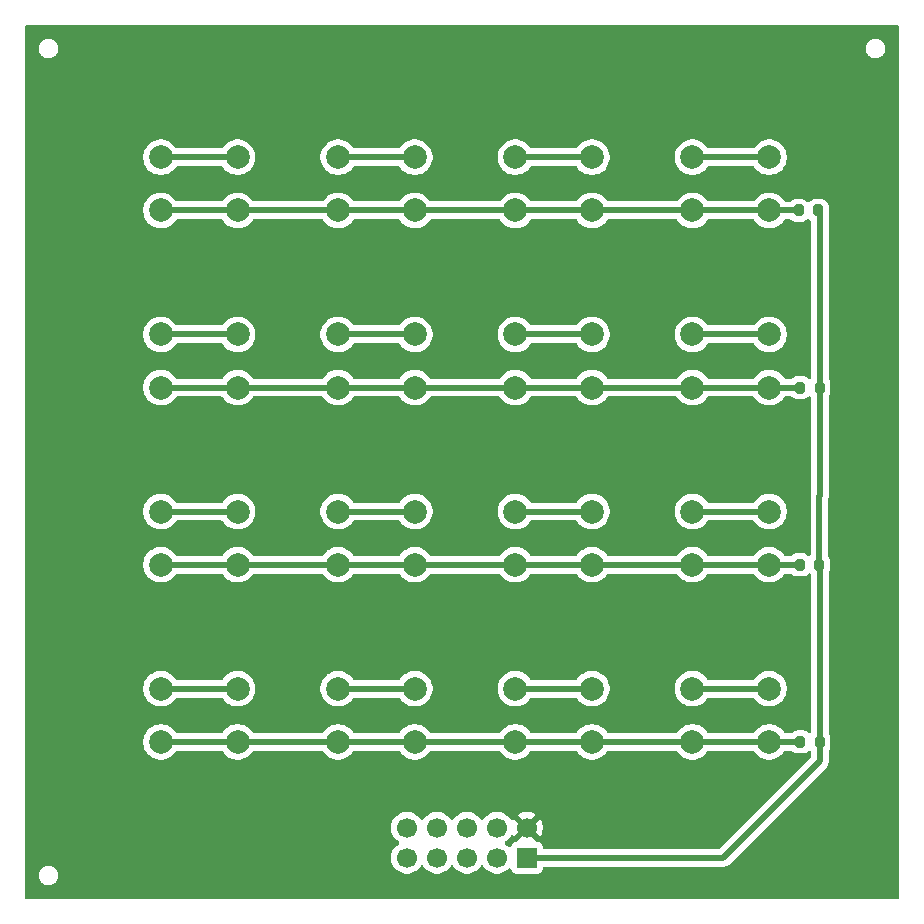
<source format=gbr>
%TF.GenerationSoftware,KiCad,Pcbnew,9.0.5*%
%TF.CreationDate,2025-12-24T11:27:01+01:00*%
%TF.ProjectId,lab0,6c616230-2e6b-4696-9361-645f70636258,rev?*%
%TF.SameCoordinates,Original*%
%TF.FileFunction,Copper,L1,Top*%
%TF.FilePolarity,Positive*%
%FSLAX46Y46*%
G04 Gerber Fmt 4.6, Leading zero omitted, Abs format (unit mm)*
G04 Created by KiCad (PCBNEW 9.0.5) date 2025-12-24 11:27:01*
%MOMM*%
%LPD*%
G01*
G04 APERTURE LIST*
G04 Aperture macros list*
%AMRoundRect*
0 Rectangle with rounded corners*
0 $1 Rounding radius*
0 $2 $3 $4 $5 $6 $7 $8 $9 X,Y pos of 4 corners*
0 Add a 4 corners polygon primitive as box body*
4,1,4,$2,$3,$4,$5,$6,$7,$8,$9,$2,$3,0*
0 Add four circle primitives for the rounded corners*
1,1,$1+$1,$2,$3*
1,1,$1+$1,$4,$5*
1,1,$1+$1,$6,$7*
1,1,$1+$1,$8,$9*
0 Add four rect primitives between the rounded corners*
20,1,$1+$1,$2,$3,$4,$5,0*
20,1,$1+$1,$4,$5,$6,$7,0*
20,1,$1+$1,$6,$7,$8,$9,0*
20,1,$1+$1,$8,$9,$2,$3,0*%
G04 Aperture macros list end*
%TA.AperFunction,ComponentPad*%
%ADD10C,2.000000*%
%TD*%
%TA.AperFunction,SMDPad,CuDef*%
%ADD11RoundRect,0.200000X0.200000X0.275000X-0.200000X0.275000X-0.200000X-0.275000X0.200000X-0.275000X0*%
%TD*%
%TA.AperFunction,ComponentPad*%
%ADD12C,1.700000*%
%TD*%
%TA.AperFunction,ComponentPad*%
%ADD13R,1.700000X1.700000*%
%TD*%
%TA.AperFunction,ComponentPad*%
%ADD14C,0.800000*%
%TD*%
%TA.AperFunction,ComponentPad*%
%ADD15C,6.400000*%
%TD*%
%TA.AperFunction,ViaPad*%
%ADD16C,0.600000*%
%TD*%
%TA.AperFunction,Conductor*%
%ADD17C,0.500000*%
%TD*%
G04 APERTURE END LIST*
D10*
%TO.P,SW1,2,2*%
%TO.N,COL_1*%
X43510000Y-41190000D03*
X37010000Y-41190000D03*
%TO.P,SW1,1,1*%
%TO.N,Net-(D1-A)*%
X43510000Y-36690000D03*
X37010000Y-36690000D03*
%TD*%
%TO.P,SW2,2,2*%
%TO.N,COL_1*%
X58510000Y-41190000D03*
X52010000Y-41190000D03*
%TO.P,SW2,1,1*%
%TO.N,Net-(D2-A)*%
X58510000Y-36690000D03*
X52010000Y-36690000D03*
%TD*%
%TO.P,SW3,2,2*%
%TO.N,COL_1*%
X73510000Y-41190000D03*
X67010000Y-41190000D03*
%TO.P,SW3,1,1*%
%TO.N,Net-(D3-A)*%
X73510000Y-36690000D03*
X67010000Y-36690000D03*
%TD*%
%TO.P,SW4,2,2*%
%TO.N,COL_1*%
X88510000Y-41190000D03*
X82010000Y-41190000D03*
%TO.P,SW4,1,1*%
%TO.N,Net-(D4-A)*%
X88510000Y-36690000D03*
X82010000Y-36690000D03*
%TD*%
%TO.P,SW5,2,2*%
%TO.N,COL_2*%
X43510000Y-56190000D03*
X37010000Y-56190000D03*
%TO.P,SW5,1,1*%
%TO.N,Net-(D5-A)*%
X43510000Y-51690000D03*
X37010000Y-51690000D03*
%TD*%
%TO.P,SW6,2,2*%
%TO.N,COL_2*%
X58510000Y-56190000D03*
X52010000Y-56190000D03*
%TO.P,SW6,1,1*%
%TO.N,Net-(D6-A)*%
X58510000Y-51690000D03*
X52010000Y-51690000D03*
%TD*%
%TO.P,SW7,2,2*%
%TO.N,COL_2*%
X73510000Y-56190000D03*
X67010000Y-56190000D03*
%TO.P,SW7,1,1*%
%TO.N,Net-(D7-A)*%
X73510000Y-51690000D03*
X67010000Y-51690000D03*
%TD*%
%TO.P,SW8,2,2*%
%TO.N,COL_2*%
X88510000Y-56190000D03*
X82010000Y-56190000D03*
%TO.P,SW8,1,1*%
%TO.N,Net-(D8-A)*%
X88510000Y-51690000D03*
X82010000Y-51690000D03*
%TD*%
%TO.P,SW9,2,2*%
%TO.N,COL_3*%
X43510000Y-71190000D03*
X37010000Y-71190000D03*
%TO.P,SW9,1,1*%
%TO.N,Net-(D9-A)*%
X43510000Y-66690000D03*
X37010000Y-66690000D03*
%TD*%
%TO.P,SW10,2,2*%
%TO.N,COL_3*%
X58510000Y-71190000D03*
X52010000Y-71190000D03*
%TO.P,SW10,1,1*%
%TO.N,Net-(D10-A)*%
X58510000Y-66690000D03*
X52010000Y-66690000D03*
%TD*%
%TO.P,SW11,2,2*%
%TO.N,COL_3*%
X73510000Y-71190000D03*
X67010000Y-71190000D03*
%TO.P,SW11,1,1*%
%TO.N,Net-(D11-A)*%
X73510000Y-66690000D03*
X67010000Y-66690000D03*
%TD*%
%TO.P,SW12,2,2*%
%TO.N,COL_3*%
X88510000Y-71190000D03*
X82010000Y-71190000D03*
%TO.P,SW12,1,1*%
%TO.N,Net-(D12-A)*%
X88510000Y-66690000D03*
X82010000Y-66690000D03*
%TD*%
%TO.P,SW13,2,2*%
%TO.N,COL_4*%
X43510000Y-86190000D03*
X37010000Y-86190000D03*
%TO.P,SW13,1,1*%
%TO.N,Net-(D13-A)*%
X43510000Y-81690000D03*
X37010000Y-81690000D03*
%TD*%
%TO.P,SW14,2,2*%
%TO.N,COL_4*%
X58510000Y-86190000D03*
X52010000Y-86190000D03*
%TO.P,SW14,1,1*%
%TO.N,Net-(D14-A)*%
X58510000Y-81690000D03*
X52010000Y-81690000D03*
%TD*%
%TO.P,SW15,2,2*%
%TO.N,COL_4*%
X73510000Y-86190000D03*
X67010000Y-86190000D03*
%TO.P,SW15,1,1*%
%TO.N,Net-(D15-A)*%
X73510000Y-81690000D03*
X67010000Y-81690000D03*
%TD*%
%TO.P,SW16,2,2*%
%TO.N,COL_4*%
X88510000Y-86190000D03*
X82010000Y-86190000D03*
%TO.P,SW16,1,1*%
%TO.N,Net-(D16-A)*%
X88510000Y-81690000D03*
X82010000Y-81690000D03*
%TD*%
D11*
%TO.P,R4,1*%
%TO.N,VCC*%
X92800000Y-86200000D03*
%TO.P,R4,2*%
%TO.N,COL_4*%
X91150000Y-86200000D03*
%TD*%
%TO.P,R3,1*%
%TO.N,VCC*%
X92770000Y-71210000D03*
%TO.P,R3,2*%
%TO.N,COL_3*%
X91120000Y-71210000D03*
%TD*%
%TO.P,R2,1*%
%TO.N,VCC*%
X92790000Y-56190000D03*
%TO.P,R2,2*%
%TO.N,COL_2*%
X91140000Y-56190000D03*
%TD*%
%TO.P,R1,1*%
%TO.N,VCC*%
X92660000Y-41200000D03*
%TO.P,R1,2*%
%TO.N,COL_1*%
X91010000Y-41200000D03*
%TD*%
D12*
%TO.P,J1,5,Pin_5*%
%TO.N,COL_2*%
X62920000Y-96000000D03*
D13*
%TO.P,J1,1,Pin_1*%
%TO.N,VCC*%
X68000000Y-96000000D03*
D12*
%TO.P,J1,2,Pin_2*%
%TO.N,GND*%
X68000000Y-93460000D03*
%TO.P,J1,3,Pin_3*%
%TO.N,COL_1*%
X65460000Y-96000000D03*
%TO.P,J1,4,Pin_4*%
%TO.N,RAW_4*%
X65460000Y-93460000D03*
%TO.P,J1,6,Pin_6*%
%TO.N,RAW_3*%
X62920000Y-93460000D03*
%TO.P,J1,7,Pin_7*%
%TO.N,COL_3*%
X60380000Y-96000000D03*
%TO.P,J1,8,Pin_8*%
%TO.N,RAW_2*%
X60380000Y-93460000D03*
%TO.P,J1,9,Pin_9*%
%TO.N,COL_4*%
X57840000Y-96000000D03*
%TO.P,J1,10,Pin_10*%
%TO.N,RAW_1*%
X57840000Y-93460000D03*
%TD*%
D14*
%TO.P,H1,1,1*%
%TO.N,GND*%
X28850000Y-31250000D03*
X29552944Y-29552944D03*
X29552944Y-32947056D03*
X31250000Y-28850000D03*
D15*
X31250000Y-31250000D03*
D14*
X31250000Y-33650000D03*
X32947056Y-29552944D03*
X32947056Y-32947056D03*
X33650000Y-31250000D03*
%TD*%
%TO.P,H4,1,1*%
%TO.N,GND*%
X91350000Y-93750000D03*
X92052944Y-92052944D03*
X92052944Y-95447056D03*
X93750000Y-91350000D03*
D15*
X93750000Y-93750000D03*
D14*
X93750000Y-96150000D03*
X95447056Y-92052944D03*
X95447056Y-95447056D03*
X96150000Y-93750000D03*
%TD*%
%TO.P,H3,1,1*%
%TO.N,GND*%
X28850000Y-93750000D03*
X29552944Y-92052944D03*
X29552944Y-95447056D03*
X31250000Y-91350000D03*
D15*
X31250000Y-93750000D03*
D14*
X31250000Y-96150000D03*
X32947056Y-92052944D03*
X32947056Y-95447056D03*
X33650000Y-93750000D03*
%TD*%
%TO.P,H2,1,1*%
%TO.N,GND*%
X91350000Y-31250000D03*
X92052944Y-29552944D03*
X92052944Y-32947056D03*
X93750000Y-28850000D03*
D15*
X93750000Y-31250000D03*
D14*
X93750000Y-33650000D03*
X95447056Y-29552944D03*
X95447056Y-32947056D03*
X96150000Y-31250000D03*
%TD*%
D16*
%TO.N,GND*%
X51870000Y-77170000D03*
X50510000Y-61990000D03*
X47910000Y-52630000D03*
%TD*%
D17*
%TO.N,COL_3*%
X52010000Y-71190000D02*
X58510000Y-71190000D01*
%TO.N,Net-(D14-A)*%
X58510000Y-81690000D02*
X52010000Y-81690000D01*
%TO.N,VCC*%
X92790000Y-56190000D02*
X92790000Y-41330000D01*
X92790000Y-41330000D02*
X92660000Y-41200000D01*
X92770000Y-71210000D02*
X92770000Y-65390000D01*
X92770000Y-65390000D02*
X92790000Y-65370000D01*
X92790000Y-65370000D02*
X92790000Y-56190000D01*
X92800000Y-86200000D02*
X92800000Y-71240000D01*
X92800000Y-71240000D02*
X92770000Y-71210000D01*
X68000000Y-96000000D02*
X84630000Y-96000000D01*
X84630000Y-96000000D02*
X92800000Y-87830000D01*
X92800000Y-87830000D02*
X92800000Y-86200000D01*
%TO.N,COL_1*%
X91010000Y-41200000D02*
X88520000Y-41200000D01*
X88520000Y-41200000D02*
X88510000Y-41190000D01*
%TO.N,COL_2*%
X91140000Y-56190000D02*
X88510000Y-56190000D01*
%TO.N,COL_3*%
X91120000Y-71210000D02*
X88530000Y-71210000D01*
X88530000Y-71210000D02*
X88510000Y-71190000D01*
%TO.N,COL_4*%
X91150000Y-86200000D02*
X88520000Y-86200000D01*
X88520000Y-86200000D02*
X88510000Y-86190000D01*
%TO.N,Net-(D16-A)*%
X82010000Y-81690000D02*
X88510000Y-81690000D01*
%TO.N,Net-(D15-A)*%
X67010000Y-81690000D02*
X73510000Y-81690000D01*
%TO.N,Net-(D13-A)*%
X37010000Y-81690000D02*
X43510000Y-81690000D01*
%TO.N,COL_4*%
X88510000Y-86190000D02*
X82010000Y-86190000D01*
X82010000Y-86190000D02*
X73510000Y-86190000D01*
X73510000Y-86190000D02*
X67010000Y-86190000D01*
X67010000Y-86190000D02*
X58510000Y-86190000D01*
X58510000Y-86190000D02*
X52010000Y-86190000D01*
X52010000Y-86190000D02*
X43510000Y-86190000D01*
X37010000Y-86190000D02*
X43510000Y-86190000D01*
%TO.N,Net-(D9-A)*%
X43510000Y-66690000D02*
X37010000Y-66690000D01*
%TO.N,Net-(D10-A)*%
X58510000Y-66690000D02*
X52010000Y-66690000D01*
%TO.N,Net-(D11-A)*%
X73510000Y-66690000D02*
X67010000Y-66690000D01*
%TO.N,Net-(D12-A)*%
X88510000Y-66690000D02*
X82010000Y-66690000D01*
%TO.N,Net-(D8-A)*%
X82010000Y-51690000D02*
X88510000Y-51690000D01*
%TO.N,Net-(D7-A)*%
X67010000Y-51690000D02*
X73510000Y-51690000D01*
%TO.N,Net-(D6-A)*%
X52010000Y-51690000D02*
X58510000Y-51690000D01*
%TO.N,Net-(D5-A)*%
X37010000Y-51690000D02*
X43510000Y-51690000D01*
%TO.N,Net-(D4-A)*%
X82010000Y-36690000D02*
X88510000Y-36690000D01*
%TO.N,Net-(D3-A)*%
X67010000Y-36690000D02*
X73510000Y-36690000D01*
%TO.N,Net-(D2-A)*%
X52010000Y-36690000D02*
X58510000Y-36690000D01*
%TO.N,Net-(D1-A)*%
X37010000Y-36690000D02*
X43510000Y-36690000D01*
%TO.N,COL_1*%
X37010000Y-41190000D02*
X43510000Y-41190000D01*
X43510000Y-41190000D02*
X52010000Y-41190000D01*
X52010000Y-41190000D02*
X58510000Y-41190000D01*
X58510000Y-41190000D02*
X67010000Y-41190000D01*
X67010000Y-41190000D02*
X73510000Y-41190000D01*
X73510000Y-41190000D02*
X82010000Y-41190000D01*
X88510000Y-41190000D02*
X82010000Y-41190000D01*
%TO.N,COL_2*%
X88510000Y-56190000D02*
X82010000Y-56190000D01*
X82010000Y-56190000D02*
X73510000Y-56190000D01*
X67010000Y-56190000D02*
X73510000Y-56190000D01*
X58510000Y-56190000D02*
X67010000Y-56190000D01*
X52010000Y-56190000D02*
X58510000Y-56190000D01*
X43510000Y-56190000D02*
X52010000Y-56190000D01*
X37010000Y-56190000D02*
X43510000Y-56190000D01*
%TO.N,COL_3*%
X82010000Y-71190000D02*
X88510000Y-71190000D01*
X73510000Y-71190000D02*
X82010000Y-71190000D01*
X67010000Y-71190000D02*
X73510000Y-71190000D01*
X58510000Y-71190000D02*
X67010000Y-71190000D01*
X43510000Y-71190000D02*
X52010000Y-71190000D01*
X37010000Y-71190000D02*
X43510000Y-71190000D01*
%TD*%
%TA.AperFunction,Conductor*%
%TO.N,GND*%
G36*
X67534075Y-93652993D02*
G01*
X67599901Y-93767007D01*
X67692993Y-93860099D01*
X67807007Y-93925925D01*
X67870590Y-93942962D01*
X67200370Y-94613181D01*
X67139047Y-94646666D01*
X67112698Y-94649500D01*
X67102134Y-94649500D01*
X67102123Y-94649501D01*
X67042516Y-94655908D01*
X66907671Y-94706202D01*
X66907664Y-94706206D01*
X66792455Y-94792452D01*
X66792452Y-94792455D01*
X66706206Y-94907664D01*
X66706203Y-94907669D01*
X66657189Y-95039083D01*
X66615317Y-95095016D01*
X66549853Y-95119433D01*
X66481580Y-95104581D01*
X66453326Y-95083430D01*
X66339786Y-94969890D01*
X66167820Y-94844951D01*
X66167115Y-94844591D01*
X66159054Y-94840485D01*
X66108259Y-94792512D01*
X66091463Y-94724692D01*
X66113999Y-94658556D01*
X66159054Y-94619515D01*
X66167816Y-94615051D01*
X66189789Y-94599086D01*
X66339786Y-94490109D01*
X66339788Y-94490106D01*
X66339792Y-94490104D01*
X66490104Y-94339792D01*
X66490106Y-94339788D01*
X66490109Y-94339786D01*
X66575890Y-94221717D01*
X66615051Y-94167816D01*
X66619793Y-94158508D01*
X66667763Y-94107711D01*
X66735583Y-94090911D01*
X66801719Y-94113445D01*
X66840763Y-94158500D01*
X66845373Y-94167547D01*
X66884728Y-94221716D01*
X67517037Y-93589408D01*
X67534075Y-93652993D01*
G37*
%TD.AperFunction*%
%TA.AperFunction,Conductor*%
G36*
X99442539Y-25520185D02*
G01*
X99488294Y-25572989D01*
X99499500Y-25624500D01*
X99499500Y-99375500D01*
X99479815Y-99442539D01*
X99427011Y-99488294D01*
X99375500Y-99499500D01*
X25624500Y-99499500D01*
X25557461Y-99479815D01*
X25511706Y-99427011D01*
X25500500Y-99375500D01*
X25500500Y-97418592D01*
X26673500Y-97418592D01*
X26673500Y-97581407D01*
X26705259Y-97741073D01*
X26705262Y-97741082D01*
X26767562Y-97891490D01*
X26767563Y-97891492D01*
X26858015Y-98026862D01*
X26858018Y-98026866D01*
X26973133Y-98141981D01*
X26973137Y-98141984D01*
X27108505Y-98232435D01*
X27108506Y-98232435D01*
X27108507Y-98232436D01*
X27108509Y-98232437D01*
X27208781Y-98273970D01*
X27258919Y-98294738D01*
X27258921Y-98294738D01*
X27258926Y-98294740D01*
X27418592Y-98326499D01*
X27418595Y-98326500D01*
X27418597Y-98326500D01*
X27581405Y-98326500D01*
X27581406Y-98326499D01*
X27634629Y-98315912D01*
X27741073Y-98294740D01*
X27741076Y-98294738D01*
X27741081Y-98294738D01*
X27891495Y-98232435D01*
X28026863Y-98141984D01*
X28141984Y-98026863D01*
X28232435Y-97891495D01*
X28294738Y-97741081D01*
X28326500Y-97581403D01*
X28326500Y-97418597D01*
X28326500Y-97418594D01*
X28326499Y-97418592D01*
X28294740Y-97258926D01*
X28294737Y-97258917D01*
X28291688Y-97251557D01*
X28232435Y-97108505D01*
X28141984Y-96973137D01*
X28141981Y-96973133D01*
X28026866Y-96858018D01*
X28026862Y-96858015D01*
X27891492Y-96767563D01*
X27891490Y-96767562D01*
X27741082Y-96705262D01*
X27741073Y-96705259D01*
X27581406Y-96673500D01*
X27581403Y-96673500D01*
X27418597Y-96673500D01*
X27418594Y-96673500D01*
X27258926Y-96705259D01*
X27258917Y-96705262D01*
X27108509Y-96767562D01*
X27108507Y-96767563D01*
X26973137Y-96858015D01*
X26973133Y-96858018D01*
X26858018Y-96973133D01*
X26858015Y-96973137D01*
X26767563Y-97108507D01*
X26767562Y-97108509D01*
X26705262Y-97258917D01*
X26705259Y-97258926D01*
X26673500Y-97418592D01*
X25500500Y-97418592D01*
X25500500Y-81571902D01*
X35509500Y-81571902D01*
X35509500Y-81808097D01*
X35546446Y-82041368D01*
X35619433Y-82265996D01*
X35708348Y-82440500D01*
X35726657Y-82476433D01*
X35865483Y-82667510D01*
X36032490Y-82834517D01*
X36223567Y-82973343D01*
X36322991Y-83024002D01*
X36434003Y-83080566D01*
X36434005Y-83080566D01*
X36434008Y-83080568D01*
X36554412Y-83119689D01*
X36658631Y-83153553D01*
X36891903Y-83190500D01*
X36891908Y-83190500D01*
X37128097Y-83190500D01*
X37361368Y-83153553D01*
X37585992Y-83080568D01*
X37796433Y-82973343D01*
X37987510Y-82834517D01*
X38154517Y-82667510D01*
X38282313Y-82491613D01*
X38337643Y-82448949D01*
X38382631Y-82440500D01*
X42137369Y-82440500D01*
X42204408Y-82460185D01*
X42237685Y-82491613D01*
X42365483Y-82667510D01*
X42532490Y-82834517D01*
X42723567Y-82973343D01*
X42822991Y-83024002D01*
X42934003Y-83080566D01*
X42934005Y-83080566D01*
X42934008Y-83080568D01*
X43054412Y-83119689D01*
X43158631Y-83153553D01*
X43391903Y-83190500D01*
X43391908Y-83190500D01*
X43628097Y-83190500D01*
X43861368Y-83153553D01*
X44085992Y-83080568D01*
X44296433Y-82973343D01*
X44487510Y-82834517D01*
X44654517Y-82667510D01*
X44793343Y-82476433D01*
X44900568Y-82265992D01*
X44973553Y-82041368D01*
X45010500Y-81808097D01*
X45010500Y-81571902D01*
X50509500Y-81571902D01*
X50509500Y-81808097D01*
X50546446Y-82041368D01*
X50619433Y-82265996D01*
X50708348Y-82440500D01*
X50726657Y-82476433D01*
X50865483Y-82667510D01*
X51032490Y-82834517D01*
X51223567Y-82973343D01*
X51322991Y-83024002D01*
X51434003Y-83080566D01*
X51434005Y-83080566D01*
X51434008Y-83080568D01*
X51554412Y-83119689D01*
X51658631Y-83153553D01*
X51891903Y-83190500D01*
X51891908Y-83190500D01*
X52128097Y-83190500D01*
X52361368Y-83153553D01*
X52585992Y-83080568D01*
X52796433Y-82973343D01*
X52987510Y-82834517D01*
X53154517Y-82667510D01*
X53282313Y-82491613D01*
X53337643Y-82448949D01*
X53382631Y-82440500D01*
X57137369Y-82440500D01*
X57204408Y-82460185D01*
X57237685Y-82491613D01*
X57365483Y-82667510D01*
X57532490Y-82834517D01*
X57723567Y-82973343D01*
X57822991Y-83024002D01*
X57934003Y-83080566D01*
X57934005Y-83080566D01*
X57934008Y-83080568D01*
X58054412Y-83119689D01*
X58158631Y-83153553D01*
X58391903Y-83190500D01*
X58391908Y-83190500D01*
X58628097Y-83190500D01*
X58861368Y-83153553D01*
X59085992Y-83080568D01*
X59296433Y-82973343D01*
X59487510Y-82834517D01*
X59654517Y-82667510D01*
X59793343Y-82476433D01*
X59900568Y-82265992D01*
X59973553Y-82041368D01*
X60010500Y-81808097D01*
X60010500Y-81571902D01*
X65509500Y-81571902D01*
X65509500Y-81808097D01*
X65546446Y-82041368D01*
X65619433Y-82265996D01*
X65708348Y-82440500D01*
X65726657Y-82476433D01*
X65865483Y-82667510D01*
X66032490Y-82834517D01*
X66223567Y-82973343D01*
X66322991Y-83024002D01*
X66434003Y-83080566D01*
X66434005Y-83080566D01*
X66434008Y-83080568D01*
X66554412Y-83119689D01*
X66658631Y-83153553D01*
X66891903Y-83190500D01*
X66891908Y-83190500D01*
X67128097Y-83190500D01*
X67361368Y-83153553D01*
X67585992Y-83080568D01*
X67796433Y-82973343D01*
X67987510Y-82834517D01*
X68154517Y-82667510D01*
X68282313Y-82491613D01*
X68337643Y-82448949D01*
X68382631Y-82440500D01*
X72137369Y-82440500D01*
X72204408Y-82460185D01*
X72237685Y-82491613D01*
X72365483Y-82667510D01*
X72532490Y-82834517D01*
X72723567Y-82973343D01*
X72822991Y-83024002D01*
X72934003Y-83080566D01*
X72934005Y-83080566D01*
X72934008Y-83080568D01*
X73054412Y-83119689D01*
X73158631Y-83153553D01*
X73391903Y-83190500D01*
X73391908Y-83190500D01*
X73628097Y-83190500D01*
X73861368Y-83153553D01*
X74085992Y-83080568D01*
X74296433Y-82973343D01*
X74487510Y-82834517D01*
X74654517Y-82667510D01*
X74793343Y-82476433D01*
X74900568Y-82265992D01*
X74973553Y-82041368D01*
X75010500Y-81808097D01*
X75010500Y-81571902D01*
X80509500Y-81571902D01*
X80509500Y-81808097D01*
X80546446Y-82041368D01*
X80619433Y-82265996D01*
X80708348Y-82440500D01*
X80726657Y-82476433D01*
X80865483Y-82667510D01*
X81032490Y-82834517D01*
X81223567Y-82973343D01*
X81322991Y-83024002D01*
X81434003Y-83080566D01*
X81434005Y-83080566D01*
X81434008Y-83080568D01*
X81554412Y-83119689D01*
X81658631Y-83153553D01*
X81891903Y-83190500D01*
X81891908Y-83190500D01*
X82128097Y-83190500D01*
X82361368Y-83153553D01*
X82585992Y-83080568D01*
X82796433Y-82973343D01*
X82987510Y-82834517D01*
X83154517Y-82667510D01*
X83282313Y-82491613D01*
X83337643Y-82448949D01*
X83382631Y-82440500D01*
X87137369Y-82440500D01*
X87204408Y-82460185D01*
X87237685Y-82491613D01*
X87365483Y-82667510D01*
X87532490Y-82834517D01*
X87723567Y-82973343D01*
X87822991Y-83024002D01*
X87934003Y-83080566D01*
X87934005Y-83080566D01*
X87934008Y-83080568D01*
X88054412Y-83119689D01*
X88158631Y-83153553D01*
X88391903Y-83190500D01*
X88391908Y-83190500D01*
X88628097Y-83190500D01*
X88861368Y-83153553D01*
X89085992Y-83080568D01*
X89296433Y-82973343D01*
X89487510Y-82834517D01*
X89654517Y-82667510D01*
X89793343Y-82476433D01*
X89900568Y-82265992D01*
X89973553Y-82041368D01*
X90010500Y-81808097D01*
X90010500Y-81571902D01*
X89973553Y-81338631D01*
X89900566Y-81114003D01*
X89844002Y-81002991D01*
X89793343Y-80903567D01*
X89654517Y-80712490D01*
X89487510Y-80545483D01*
X89296433Y-80406657D01*
X89085996Y-80299433D01*
X88861368Y-80226446D01*
X88628097Y-80189500D01*
X88628092Y-80189500D01*
X88391908Y-80189500D01*
X88391903Y-80189500D01*
X88158631Y-80226446D01*
X87934003Y-80299433D01*
X87723566Y-80406657D01*
X87614550Y-80485862D01*
X87532490Y-80545483D01*
X87532488Y-80545485D01*
X87532487Y-80545485D01*
X87365485Y-80712487D01*
X87365485Y-80712488D01*
X87365483Y-80712490D01*
X87237687Y-80888386D01*
X87182357Y-80931051D01*
X87137369Y-80939500D01*
X83382631Y-80939500D01*
X83315592Y-80919815D01*
X83282313Y-80888386D01*
X83154517Y-80712490D01*
X82987510Y-80545483D01*
X82796433Y-80406657D01*
X82585996Y-80299433D01*
X82361368Y-80226446D01*
X82128097Y-80189500D01*
X82128092Y-80189500D01*
X81891908Y-80189500D01*
X81891903Y-80189500D01*
X81658631Y-80226446D01*
X81434003Y-80299433D01*
X81223566Y-80406657D01*
X81114550Y-80485862D01*
X81032490Y-80545483D01*
X81032488Y-80545485D01*
X81032487Y-80545485D01*
X80865485Y-80712487D01*
X80865485Y-80712488D01*
X80865483Y-80712490D01*
X80805862Y-80794550D01*
X80726657Y-80903566D01*
X80619433Y-81114003D01*
X80546446Y-81338631D01*
X80509500Y-81571902D01*
X75010500Y-81571902D01*
X74973553Y-81338631D01*
X74900566Y-81114003D01*
X74844002Y-81002991D01*
X74793343Y-80903567D01*
X74654517Y-80712490D01*
X74487510Y-80545483D01*
X74296433Y-80406657D01*
X74085996Y-80299433D01*
X73861368Y-80226446D01*
X73628097Y-80189500D01*
X73628092Y-80189500D01*
X73391908Y-80189500D01*
X73391903Y-80189500D01*
X73158631Y-80226446D01*
X72934003Y-80299433D01*
X72723566Y-80406657D01*
X72614550Y-80485862D01*
X72532490Y-80545483D01*
X72532488Y-80545485D01*
X72532487Y-80545485D01*
X72365485Y-80712487D01*
X72365485Y-80712488D01*
X72365483Y-80712490D01*
X72237687Y-80888386D01*
X72182357Y-80931051D01*
X72137369Y-80939500D01*
X68382631Y-80939500D01*
X68315592Y-80919815D01*
X68282313Y-80888386D01*
X68154517Y-80712490D01*
X67987510Y-80545483D01*
X67796433Y-80406657D01*
X67585996Y-80299433D01*
X67361368Y-80226446D01*
X67128097Y-80189500D01*
X67128092Y-80189500D01*
X66891908Y-80189500D01*
X66891903Y-80189500D01*
X66658631Y-80226446D01*
X66434003Y-80299433D01*
X66223566Y-80406657D01*
X66114550Y-80485862D01*
X66032490Y-80545483D01*
X66032488Y-80545485D01*
X66032487Y-80545485D01*
X65865485Y-80712487D01*
X65865485Y-80712488D01*
X65865483Y-80712490D01*
X65805862Y-80794550D01*
X65726657Y-80903566D01*
X65619433Y-81114003D01*
X65546446Y-81338631D01*
X65509500Y-81571902D01*
X60010500Y-81571902D01*
X59973553Y-81338631D01*
X59900566Y-81114003D01*
X59844002Y-81002991D01*
X59793343Y-80903567D01*
X59654517Y-80712490D01*
X59487510Y-80545483D01*
X59296433Y-80406657D01*
X59085996Y-80299433D01*
X58861368Y-80226446D01*
X58628097Y-80189500D01*
X58628092Y-80189500D01*
X58391908Y-80189500D01*
X58391903Y-80189500D01*
X58158631Y-80226446D01*
X57934003Y-80299433D01*
X57723566Y-80406657D01*
X57614550Y-80485862D01*
X57532490Y-80545483D01*
X57532488Y-80545485D01*
X57532487Y-80545485D01*
X57365485Y-80712487D01*
X57365485Y-80712488D01*
X57365483Y-80712490D01*
X57237687Y-80888386D01*
X57182357Y-80931051D01*
X57137369Y-80939500D01*
X53382631Y-80939500D01*
X53315592Y-80919815D01*
X53282313Y-80888386D01*
X53154517Y-80712490D01*
X52987510Y-80545483D01*
X52796433Y-80406657D01*
X52585996Y-80299433D01*
X52361368Y-80226446D01*
X52128097Y-80189500D01*
X52128092Y-80189500D01*
X51891908Y-80189500D01*
X51891903Y-80189500D01*
X51658631Y-80226446D01*
X51434003Y-80299433D01*
X51223566Y-80406657D01*
X51114550Y-80485862D01*
X51032490Y-80545483D01*
X51032488Y-80545485D01*
X51032487Y-80545485D01*
X50865485Y-80712487D01*
X50865485Y-80712488D01*
X50865483Y-80712490D01*
X50805862Y-80794550D01*
X50726657Y-80903566D01*
X50619433Y-81114003D01*
X50546446Y-81338631D01*
X50509500Y-81571902D01*
X45010500Y-81571902D01*
X44973553Y-81338631D01*
X44900566Y-81114003D01*
X44844002Y-81002991D01*
X44793343Y-80903567D01*
X44654517Y-80712490D01*
X44487510Y-80545483D01*
X44296433Y-80406657D01*
X44085996Y-80299433D01*
X43861368Y-80226446D01*
X43628097Y-80189500D01*
X43628092Y-80189500D01*
X43391908Y-80189500D01*
X43391903Y-80189500D01*
X43158631Y-80226446D01*
X42934003Y-80299433D01*
X42723566Y-80406657D01*
X42614550Y-80485862D01*
X42532490Y-80545483D01*
X42532488Y-80545485D01*
X42532487Y-80545485D01*
X42365485Y-80712487D01*
X42365485Y-80712488D01*
X42365483Y-80712490D01*
X42237687Y-80888386D01*
X42182357Y-80931051D01*
X42137369Y-80939500D01*
X38382631Y-80939500D01*
X38315592Y-80919815D01*
X38282313Y-80888386D01*
X38154517Y-80712490D01*
X37987510Y-80545483D01*
X37796433Y-80406657D01*
X37585996Y-80299433D01*
X37361368Y-80226446D01*
X37128097Y-80189500D01*
X37128092Y-80189500D01*
X36891908Y-80189500D01*
X36891903Y-80189500D01*
X36658631Y-80226446D01*
X36434003Y-80299433D01*
X36223566Y-80406657D01*
X36114550Y-80485862D01*
X36032490Y-80545483D01*
X36032488Y-80545485D01*
X36032487Y-80545485D01*
X35865485Y-80712487D01*
X35865485Y-80712488D01*
X35865483Y-80712490D01*
X35805862Y-80794550D01*
X35726657Y-80903566D01*
X35619433Y-81114003D01*
X35546446Y-81338631D01*
X35509500Y-81571902D01*
X25500500Y-81571902D01*
X25500500Y-66571902D01*
X35509500Y-66571902D01*
X35509500Y-66808097D01*
X35546446Y-67041368D01*
X35619433Y-67265996D01*
X35708348Y-67440500D01*
X35726657Y-67476433D01*
X35865483Y-67667510D01*
X36032490Y-67834517D01*
X36223567Y-67973343D01*
X36322991Y-68024002D01*
X36434003Y-68080566D01*
X36434005Y-68080566D01*
X36434008Y-68080568D01*
X36554412Y-68119689D01*
X36658631Y-68153553D01*
X36891903Y-68190500D01*
X36891908Y-68190500D01*
X37128097Y-68190500D01*
X37361368Y-68153553D01*
X37585992Y-68080568D01*
X37796433Y-67973343D01*
X37987510Y-67834517D01*
X38154517Y-67667510D01*
X38282313Y-67491613D01*
X38337643Y-67448949D01*
X38382631Y-67440500D01*
X42137369Y-67440500D01*
X42204408Y-67460185D01*
X42237685Y-67491613D01*
X42365483Y-67667510D01*
X42532490Y-67834517D01*
X42723567Y-67973343D01*
X42822991Y-68024002D01*
X42934003Y-68080566D01*
X42934005Y-68080566D01*
X42934008Y-68080568D01*
X43054412Y-68119689D01*
X43158631Y-68153553D01*
X43391903Y-68190500D01*
X43391908Y-68190500D01*
X43628097Y-68190500D01*
X43861368Y-68153553D01*
X44085992Y-68080568D01*
X44296433Y-67973343D01*
X44487510Y-67834517D01*
X44654517Y-67667510D01*
X44793343Y-67476433D01*
X44900568Y-67265992D01*
X44973553Y-67041368D01*
X45010500Y-66808097D01*
X45010500Y-66571902D01*
X50509500Y-66571902D01*
X50509500Y-66808097D01*
X50546446Y-67041368D01*
X50619433Y-67265996D01*
X50708348Y-67440500D01*
X50726657Y-67476433D01*
X50865483Y-67667510D01*
X51032490Y-67834517D01*
X51223567Y-67973343D01*
X51322991Y-68024002D01*
X51434003Y-68080566D01*
X51434005Y-68080566D01*
X51434008Y-68080568D01*
X51554412Y-68119689D01*
X51658631Y-68153553D01*
X51891903Y-68190500D01*
X51891908Y-68190500D01*
X52128097Y-68190500D01*
X52361368Y-68153553D01*
X52585992Y-68080568D01*
X52796433Y-67973343D01*
X52987510Y-67834517D01*
X53154517Y-67667510D01*
X53282313Y-67491613D01*
X53337643Y-67448949D01*
X53382631Y-67440500D01*
X57137369Y-67440500D01*
X57204408Y-67460185D01*
X57237685Y-67491613D01*
X57365483Y-67667510D01*
X57532490Y-67834517D01*
X57723567Y-67973343D01*
X57822991Y-68024002D01*
X57934003Y-68080566D01*
X57934005Y-68080566D01*
X57934008Y-68080568D01*
X58054412Y-68119689D01*
X58158631Y-68153553D01*
X58391903Y-68190500D01*
X58391908Y-68190500D01*
X58628097Y-68190500D01*
X58861368Y-68153553D01*
X59085992Y-68080568D01*
X59296433Y-67973343D01*
X59487510Y-67834517D01*
X59654517Y-67667510D01*
X59793343Y-67476433D01*
X59900568Y-67265992D01*
X59973553Y-67041368D01*
X60010500Y-66808097D01*
X60010500Y-66571902D01*
X65509500Y-66571902D01*
X65509500Y-66808097D01*
X65546446Y-67041368D01*
X65619433Y-67265996D01*
X65708348Y-67440500D01*
X65726657Y-67476433D01*
X65865483Y-67667510D01*
X66032490Y-67834517D01*
X66223567Y-67973343D01*
X66322991Y-68024002D01*
X66434003Y-68080566D01*
X66434005Y-68080566D01*
X66434008Y-68080568D01*
X66554412Y-68119689D01*
X66658631Y-68153553D01*
X66891903Y-68190500D01*
X66891908Y-68190500D01*
X67128097Y-68190500D01*
X67361368Y-68153553D01*
X67585992Y-68080568D01*
X67796433Y-67973343D01*
X67987510Y-67834517D01*
X68154517Y-67667510D01*
X68282313Y-67491613D01*
X68337643Y-67448949D01*
X68382631Y-67440500D01*
X72137369Y-67440500D01*
X72204408Y-67460185D01*
X72237685Y-67491613D01*
X72365483Y-67667510D01*
X72532490Y-67834517D01*
X72723567Y-67973343D01*
X72822991Y-68024002D01*
X72934003Y-68080566D01*
X72934005Y-68080566D01*
X72934008Y-68080568D01*
X73054412Y-68119689D01*
X73158631Y-68153553D01*
X73391903Y-68190500D01*
X73391908Y-68190500D01*
X73628097Y-68190500D01*
X73861368Y-68153553D01*
X74085992Y-68080568D01*
X74296433Y-67973343D01*
X74487510Y-67834517D01*
X74654517Y-67667510D01*
X74793343Y-67476433D01*
X74900568Y-67265992D01*
X74973553Y-67041368D01*
X75010500Y-66808097D01*
X75010500Y-66571902D01*
X80509500Y-66571902D01*
X80509500Y-66808097D01*
X80546446Y-67041368D01*
X80619433Y-67265996D01*
X80708348Y-67440500D01*
X80726657Y-67476433D01*
X80865483Y-67667510D01*
X81032490Y-67834517D01*
X81223567Y-67973343D01*
X81322991Y-68024002D01*
X81434003Y-68080566D01*
X81434005Y-68080566D01*
X81434008Y-68080568D01*
X81554412Y-68119689D01*
X81658631Y-68153553D01*
X81891903Y-68190500D01*
X81891908Y-68190500D01*
X82128097Y-68190500D01*
X82361368Y-68153553D01*
X82585992Y-68080568D01*
X82796433Y-67973343D01*
X82987510Y-67834517D01*
X83154517Y-67667510D01*
X83282313Y-67491613D01*
X83337643Y-67448949D01*
X83382631Y-67440500D01*
X87137369Y-67440500D01*
X87204408Y-67460185D01*
X87237685Y-67491613D01*
X87365483Y-67667510D01*
X87532490Y-67834517D01*
X87723567Y-67973343D01*
X87822991Y-68024002D01*
X87934003Y-68080566D01*
X87934005Y-68080566D01*
X87934008Y-68080568D01*
X88054412Y-68119689D01*
X88158631Y-68153553D01*
X88391903Y-68190500D01*
X88391908Y-68190500D01*
X88628097Y-68190500D01*
X88861368Y-68153553D01*
X89085992Y-68080568D01*
X89296433Y-67973343D01*
X89487510Y-67834517D01*
X89654517Y-67667510D01*
X89793343Y-67476433D01*
X89900568Y-67265992D01*
X89973553Y-67041368D01*
X90010500Y-66808097D01*
X90010500Y-66571902D01*
X89973553Y-66338631D01*
X89900566Y-66114003D01*
X89844002Y-66002991D01*
X89793343Y-65903567D01*
X89654517Y-65712490D01*
X89487510Y-65545483D01*
X89296433Y-65406657D01*
X89085996Y-65299433D01*
X88861368Y-65226446D01*
X88628097Y-65189500D01*
X88628092Y-65189500D01*
X88391908Y-65189500D01*
X88391903Y-65189500D01*
X88158631Y-65226446D01*
X87934003Y-65299433D01*
X87723566Y-65406657D01*
X87672279Y-65443920D01*
X87532490Y-65545483D01*
X87532488Y-65545485D01*
X87532487Y-65545485D01*
X87365485Y-65712487D01*
X87365485Y-65712488D01*
X87365483Y-65712490D01*
X87237687Y-65888386D01*
X87182357Y-65931051D01*
X87137369Y-65939500D01*
X83382631Y-65939500D01*
X83315592Y-65919815D01*
X83282313Y-65888386D01*
X83154517Y-65712490D01*
X82987510Y-65545483D01*
X82796433Y-65406657D01*
X82585996Y-65299433D01*
X82361368Y-65226446D01*
X82128097Y-65189500D01*
X82128092Y-65189500D01*
X81891908Y-65189500D01*
X81891903Y-65189500D01*
X81658631Y-65226446D01*
X81434003Y-65299433D01*
X81223566Y-65406657D01*
X81172279Y-65443920D01*
X81032490Y-65545483D01*
X81032488Y-65545485D01*
X81032487Y-65545485D01*
X80865485Y-65712487D01*
X80865485Y-65712488D01*
X80865483Y-65712490D01*
X80805862Y-65794550D01*
X80726657Y-65903566D01*
X80619433Y-66114003D01*
X80546446Y-66338631D01*
X80509500Y-66571902D01*
X75010500Y-66571902D01*
X74973553Y-66338631D01*
X74900566Y-66114003D01*
X74844002Y-66002991D01*
X74793343Y-65903567D01*
X74654517Y-65712490D01*
X74487510Y-65545483D01*
X74296433Y-65406657D01*
X74085996Y-65299433D01*
X73861368Y-65226446D01*
X73628097Y-65189500D01*
X73628092Y-65189500D01*
X73391908Y-65189500D01*
X73391903Y-65189500D01*
X73158631Y-65226446D01*
X72934003Y-65299433D01*
X72723566Y-65406657D01*
X72672279Y-65443920D01*
X72532490Y-65545483D01*
X72532488Y-65545485D01*
X72532487Y-65545485D01*
X72365485Y-65712487D01*
X72365485Y-65712488D01*
X72365483Y-65712490D01*
X72237687Y-65888386D01*
X72182357Y-65931051D01*
X72137369Y-65939500D01*
X68382631Y-65939500D01*
X68315592Y-65919815D01*
X68282313Y-65888386D01*
X68154517Y-65712490D01*
X67987510Y-65545483D01*
X67796433Y-65406657D01*
X67585996Y-65299433D01*
X67361368Y-65226446D01*
X67128097Y-65189500D01*
X67128092Y-65189500D01*
X66891908Y-65189500D01*
X66891903Y-65189500D01*
X66658631Y-65226446D01*
X66434003Y-65299433D01*
X66223566Y-65406657D01*
X66172279Y-65443920D01*
X66032490Y-65545483D01*
X66032488Y-65545485D01*
X66032487Y-65545485D01*
X65865485Y-65712487D01*
X65865485Y-65712488D01*
X65865483Y-65712490D01*
X65805862Y-65794550D01*
X65726657Y-65903566D01*
X65619433Y-66114003D01*
X65546446Y-66338631D01*
X65509500Y-66571902D01*
X60010500Y-66571902D01*
X59973553Y-66338631D01*
X59900566Y-66114003D01*
X59844002Y-66002991D01*
X59793343Y-65903567D01*
X59654517Y-65712490D01*
X59487510Y-65545483D01*
X59296433Y-65406657D01*
X59085996Y-65299433D01*
X58861368Y-65226446D01*
X58628097Y-65189500D01*
X58628092Y-65189500D01*
X58391908Y-65189500D01*
X58391903Y-65189500D01*
X58158631Y-65226446D01*
X57934003Y-65299433D01*
X57723566Y-65406657D01*
X57672279Y-65443920D01*
X57532490Y-65545483D01*
X57532488Y-65545485D01*
X57532487Y-65545485D01*
X57365485Y-65712487D01*
X57365485Y-65712488D01*
X57365483Y-65712490D01*
X57237687Y-65888386D01*
X57182357Y-65931051D01*
X57137369Y-65939500D01*
X53382631Y-65939500D01*
X53315592Y-65919815D01*
X53282313Y-65888386D01*
X53154517Y-65712490D01*
X52987510Y-65545483D01*
X52796433Y-65406657D01*
X52585996Y-65299433D01*
X52361368Y-65226446D01*
X52128097Y-65189500D01*
X52128092Y-65189500D01*
X51891908Y-65189500D01*
X51891903Y-65189500D01*
X51658631Y-65226446D01*
X51434003Y-65299433D01*
X51223566Y-65406657D01*
X51172279Y-65443920D01*
X51032490Y-65545483D01*
X51032488Y-65545485D01*
X51032487Y-65545485D01*
X50865485Y-65712487D01*
X50865485Y-65712488D01*
X50865483Y-65712490D01*
X50805862Y-65794550D01*
X50726657Y-65903566D01*
X50619433Y-66114003D01*
X50546446Y-66338631D01*
X50509500Y-66571902D01*
X45010500Y-66571902D01*
X44973553Y-66338631D01*
X44900566Y-66114003D01*
X44844002Y-66002991D01*
X44793343Y-65903567D01*
X44654517Y-65712490D01*
X44487510Y-65545483D01*
X44296433Y-65406657D01*
X44085996Y-65299433D01*
X43861368Y-65226446D01*
X43628097Y-65189500D01*
X43628092Y-65189500D01*
X43391908Y-65189500D01*
X43391903Y-65189500D01*
X43158631Y-65226446D01*
X42934003Y-65299433D01*
X42723566Y-65406657D01*
X42672279Y-65443920D01*
X42532490Y-65545483D01*
X42532488Y-65545485D01*
X42532487Y-65545485D01*
X42365485Y-65712487D01*
X42365485Y-65712488D01*
X42365483Y-65712490D01*
X42237687Y-65888386D01*
X42182357Y-65931051D01*
X42137369Y-65939500D01*
X38382631Y-65939500D01*
X38315592Y-65919815D01*
X38282313Y-65888386D01*
X38154517Y-65712490D01*
X37987510Y-65545483D01*
X37796433Y-65406657D01*
X37585996Y-65299433D01*
X37361368Y-65226446D01*
X37128097Y-65189500D01*
X37128092Y-65189500D01*
X36891908Y-65189500D01*
X36891903Y-65189500D01*
X36658631Y-65226446D01*
X36434003Y-65299433D01*
X36223566Y-65406657D01*
X36172279Y-65443920D01*
X36032490Y-65545483D01*
X36032488Y-65545485D01*
X36032487Y-65545485D01*
X35865485Y-65712487D01*
X35865485Y-65712488D01*
X35865483Y-65712490D01*
X35805862Y-65794550D01*
X35726657Y-65903566D01*
X35619433Y-66114003D01*
X35546446Y-66338631D01*
X35509500Y-66571902D01*
X25500500Y-66571902D01*
X25500500Y-51571902D01*
X35509500Y-51571902D01*
X35509500Y-51808097D01*
X35546446Y-52041368D01*
X35619433Y-52265996D01*
X35708348Y-52440500D01*
X35726657Y-52476433D01*
X35865483Y-52667510D01*
X36032490Y-52834517D01*
X36223567Y-52973343D01*
X36322991Y-53024002D01*
X36434003Y-53080566D01*
X36434005Y-53080566D01*
X36434008Y-53080568D01*
X36554412Y-53119689D01*
X36658631Y-53153553D01*
X36891903Y-53190500D01*
X36891908Y-53190500D01*
X37128097Y-53190500D01*
X37361368Y-53153553D01*
X37585992Y-53080568D01*
X37796433Y-52973343D01*
X37987510Y-52834517D01*
X38154517Y-52667510D01*
X38282313Y-52491613D01*
X38337643Y-52448949D01*
X38382631Y-52440500D01*
X42137369Y-52440500D01*
X42204408Y-52460185D01*
X42237685Y-52491613D01*
X42365483Y-52667510D01*
X42532490Y-52834517D01*
X42723567Y-52973343D01*
X42822991Y-53024002D01*
X42934003Y-53080566D01*
X42934005Y-53080566D01*
X42934008Y-53080568D01*
X43054412Y-53119689D01*
X43158631Y-53153553D01*
X43391903Y-53190500D01*
X43391908Y-53190500D01*
X43628097Y-53190500D01*
X43861368Y-53153553D01*
X44085992Y-53080568D01*
X44296433Y-52973343D01*
X44487510Y-52834517D01*
X44654517Y-52667510D01*
X44793343Y-52476433D01*
X44900568Y-52265992D01*
X44973553Y-52041368D01*
X45010500Y-51808097D01*
X45010500Y-51571902D01*
X50509500Y-51571902D01*
X50509500Y-51808097D01*
X50546446Y-52041368D01*
X50619433Y-52265996D01*
X50708348Y-52440500D01*
X50726657Y-52476433D01*
X50865483Y-52667510D01*
X51032490Y-52834517D01*
X51223567Y-52973343D01*
X51322991Y-53024002D01*
X51434003Y-53080566D01*
X51434005Y-53080566D01*
X51434008Y-53080568D01*
X51554412Y-53119689D01*
X51658631Y-53153553D01*
X51891903Y-53190500D01*
X51891908Y-53190500D01*
X52128097Y-53190500D01*
X52361368Y-53153553D01*
X52585992Y-53080568D01*
X52796433Y-52973343D01*
X52987510Y-52834517D01*
X53154517Y-52667510D01*
X53282313Y-52491613D01*
X53337643Y-52448949D01*
X53382631Y-52440500D01*
X57137369Y-52440500D01*
X57204408Y-52460185D01*
X57237685Y-52491613D01*
X57365483Y-52667510D01*
X57532490Y-52834517D01*
X57723567Y-52973343D01*
X57822991Y-53024002D01*
X57934003Y-53080566D01*
X57934005Y-53080566D01*
X57934008Y-53080568D01*
X58054412Y-53119689D01*
X58158631Y-53153553D01*
X58391903Y-53190500D01*
X58391908Y-53190500D01*
X58628097Y-53190500D01*
X58861368Y-53153553D01*
X59085992Y-53080568D01*
X59296433Y-52973343D01*
X59487510Y-52834517D01*
X59654517Y-52667510D01*
X59793343Y-52476433D01*
X59900568Y-52265992D01*
X59973553Y-52041368D01*
X60010500Y-51808097D01*
X60010500Y-51571902D01*
X65509500Y-51571902D01*
X65509500Y-51808097D01*
X65546446Y-52041368D01*
X65619433Y-52265996D01*
X65708348Y-52440500D01*
X65726657Y-52476433D01*
X65865483Y-52667510D01*
X66032490Y-52834517D01*
X66223567Y-52973343D01*
X66322991Y-53024002D01*
X66434003Y-53080566D01*
X66434005Y-53080566D01*
X66434008Y-53080568D01*
X66554412Y-53119689D01*
X66658631Y-53153553D01*
X66891903Y-53190500D01*
X66891908Y-53190500D01*
X67128097Y-53190500D01*
X67361368Y-53153553D01*
X67585992Y-53080568D01*
X67796433Y-52973343D01*
X67987510Y-52834517D01*
X68154517Y-52667510D01*
X68282313Y-52491613D01*
X68337643Y-52448949D01*
X68382631Y-52440500D01*
X72137369Y-52440500D01*
X72204408Y-52460185D01*
X72237685Y-52491613D01*
X72365483Y-52667510D01*
X72532490Y-52834517D01*
X72723567Y-52973343D01*
X72822991Y-53024002D01*
X72934003Y-53080566D01*
X72934005Y-53080566D01*
X72934008Y-53080568D01*
X73054412Y-53119689D01*
X73158631Y-53153553D01*
X73391903Y-53190500D01*
X73391908Y-53190500D01*
X73628097Y-53190500D01*
X73861368Y-53153553D01*
X74085992Y-53080568D01*
X74296433Y-52973343D01*
X74487510Y-52834517D01*
X74654517Y-52667510D01*
X74793343Y-52476433D01*
X74900568Y-52265992D01*
X74973553Y-52041368D01*
X75010500Y-51808097D01*
X75010500Y-51571902D01*
X80509500Y-51571902D01*
X80509500Y-51808097D01*
X80546446Y-52041368D01*
X80619433Y-52265996D01*
X80708348Y-52440500D01*
X80726657Y-52476433D01*
X80865483Y-52667510D01*
X81032490Y-52834517D01*
X81223567Y-52973343D01*
X81322991Y-53024002D01*
X81434003Y-53080566D01*
X81434005Y-53080566D01*
X81434008Y-53080568D01*
X81554412Y-53119689D01*
X81658631Y-53153553D01*
X81891903Y-53190500D01*
X81891908Y-53190500D01*
X82128097Y-53190500D01*
X82361368Y-53153553D01*
X82585992Y-53080568D01*
X82796433Y-52973343D01*
X82987510Y-52834517D01*
X83154517Y-52667510D01*
X83282313Y-52491613D01*
X83337643Y-52448949D01*
X83382631Y-52440500D01*
X87137369Y-52440500D01*
X87204408Y-52460185D01*
X87237685Y-52491613D01*
X87365483Y-52667510D01*
X87532490Y-52834517D01*
X87723567Y-52973343D01*
X87822991Y-53024002D01*
X87934003Y-53080566D01*
X87934005Y-53080566D01*
X87934008Y-53080568D01*
X88054412Y-53119689D01*
X88158631Y-53153553D01*
X88391903Y-53190500D01*
X88391908Y-53190500D01*
X88628097Y-53190500D01*
X88861368Y-53153553D01*
X89085992Y-53080568D01*
X89296433Y-52973343D01*
X89487510Y-52834517D01*
X89654517Y-52667510D01*
X89793343Y-52476433D01*
X89900568Y-52265992D01*
X89973553Y-52041368D01*
X90010500Y-51808097D01*
X90010500Y-51571902D01*
X89973553Y-51338631D01*
X89900566Y-51114003D01*
X89844002Y-51002991D01*
X89793343Y-50903567D01*
X89654517Y-50712490D01*
X89487510Y-50545483D01*
X89296433Y-50406657D01*
X89085996Y-50299433D01*
X88861368Y-50226446D01*
X88628097Y-50189500D01*
X88628092Y-50189500D01*
X88391908Y-50189500D01*
X88391903Y-50189500D01*
X88158631Y-50226446D01*
X87934003Y-50299433D01*
X87723566Y-50406657D01*
X87614550Y-50485862D01*
X87532490Y-50545483D01*
X87532488Y-50545485D01*
X87532487Y-50545485D01*
X87365485Y-50712487D01*
X87365485Y-50712488D01*
X87365483Y-50712490D01*
X87237687Y-50888386D01*
X87182357Y-50931051D01*
X87137369Y-50939500D01*
X83382631Y-50939500D01*
X83315592Y-50919815D01*
X83282313Y-50888386D01*
X83154517Y-50712490D01*
X82987510Y-50545483D01*
X82796433Y-50406657D01*
X82585996Y-50299433D01*
X82361368Y-50226446D01*
X82128097Y-50189500D01*
X82128092Y-50189500D01*
X81891908Y-50189500D01*
X81891903Y-50189500D01*
X81658631Y-50226446D01*
X81434003Y-50299433D01*
X81223566Y-50406657D01*
X81114550Y-50485862D01*
X81032490Y-50545483D01*
X81032488Y-50545485D01*
X81032487Y-50545485D01*
X80865485Y-50712487D01*
X80865485Y-50712488D01*
X80865483Y-50712490D01*
X80805862Y-50794550D01*
X80726657Y-50903566D01*
X80619433Y-51114003D01*
X80546446Y-51338631D01*
X80509500Y-51571902D01*
X75010500Y-51571902D01*
X74973553Y-51338631D01*
X74900566Y-51114003D01*
X74844002Y-51002991D01*
X74793343Y-50903567D01*
X74654517Y-50712490D01*
X74487510Y-50545483D01*
X74296433Y-50406657D01*
X74085996Y-50299433D01*
X73861368Y-50226446D01*
X73628097Y-50189500D01*
X73628092Y-50189500D01*
X73391908Y-50189500D01*
X73391903Y-50189500D01*
X73158631Y-50226446D01*
X72934003Y-50299433D01*
X72723566Y-50406657D01*
X72614550Y-50485862D01*
X72532490Y-50545483D01*
X72532488Y-50545485D01*
X72532487Y-50545485D01*
X72365485Y-50712487D01*
X72365485Y-50712488D01*
X72365483Y-50712490D01*
X72237687Y-50888386D01*
X72182357Y-50931051D01*
X72137369Y-50939500D01*
X68382631Y-50939500D01*
X68315592Y-50919815D01*
X68282313Y-50888386D01*
X68154517Y-50712490D01*
X67987510Y-50545483D01*
X67796433Y-50406657D01*
X67585996Y-50299433D01*
X67361368Y-50226446D01*
X67128097Y-50189500D01*
X67128092Y-50189500D01*
X66891908Y-50189500D01*
X66891903Y-50189500D01*
X66658631Y-50226446D01*
X66434003Y-50299433D01*
X66223566Y-50406657D01*
X66114550Y-50485862D01*
X66032490Y-50545483D01*
X66032488Y-50545485D01*
X66032487Y-50545485D01*
X65865485Y-50712487D01*
X65865485Y-50712488D01*
X65865483Y-50712490D01*
X65805862Y-50794550D01*
X65726657Y-50903566D01*
X65619433Y-51114003D01*
X65546446Y-51338631D01*
X65509500Y-51571902D01*
X60010500Y-51571902D01*
X59973553Y-51338631D01*
X59900566Y-51114003D01*
X59844002Y-51002991D01*
X59793343Y-50903567D01*
X59654517Y-50712490D01*
X59487510Y-50545483D01*
X59296433Y-50406657D01*
X59085996Y-50299433D01*
X58861368Y-50226446D01*
X58628097Y-50189500D01*
X58628092Y-50189500D01*
X58391908Y-50189500D01*
X58391903Y-50189500D01*
X58158631Y-50226446D01*
X57934003Y-50299433D01*
X57723566Y-50406657D01*
X57614550Y-50485862D01*
X57532490Y-50545483D01*
X57532488Y-50545485D01*
X57532487Y-50545485D01*
X57365485Y-50712487D01*
X57365485Y-50712488D01*
X57365483Y-50712490D01*
X57237687Y-50888386D01*
X57182357Y-50931051D01*
X57137369Y-50939500D01*
X53382631Y-50939500D01*
X53315592Y-50919815D01*
X53282313Y-50888386D01*
X53154517Y-50712490D01*
X52987510Y-50545483D01*
X52796433Y-50406657D01*
X52585996Y-50299433D01*
X52361368Y-50226446D01*
X52128097Y-50189500D01*
X52128092Y-50189500D01*
X51891908Y-50189500D01*
X51891903Y-50189500D01*
X51658631Y-50226446D01*
X51434003Y-50299433D01*
X51223566Y-50406657D01*
X51114550Y-50485862D01*
X51032490Y-50545483D01*
X51032488Y-50545485D01*
X51032487Y-50545485D01*
X50865485Y-50712487D01*
X50865485Y-50712488D01*
X50865483Y-50712490D01*
X50805862Y-50794550D01*
X50726657Y-50903566D01*
X50619433Y-51114003D01*
X50546446Y-51338631D01*
X50509500Y-51571902D01*
X45010500Y-51571902D01*
X44973553Y-51338631D01*
X44900566Y-51114003D01*
X44844002Y-51002991D01*
X44793343Y-50903567D01*
X44654517Y-50712490D01*
X44487510Y-50545483D01*
X44296433Y-50406657D01*
X44085996Y-50299433D01*
X43861368Y-50226446D01*
X43628097Y-50189500D01*
X43628092Y-50189500D01*
X43391908Y-50189500D01*
X43391903Y-50189500D01*
X43158631Y-50226446D01*
X42934003Y-50299433D01*
X42723566Y-50406657D01*
X42614550Y-50485862D01*
X42532490Y-50545483D01*
X42532488Y-50545485D01*
X42532487Y-50545485D01*
X42365485Y-50712487D01*
X42365485Y-50712488D01*
X42365483Y-50712490D01*
X42237687Y-50888386D01*
X42182357Y-50931051D01*
X42137369Y-50939500D01*
X38382631Y-50939500D01*
X38315592Y-50919815D01*
X38282313Y-50888386D01*
X38154517Y-50712490D01*
X37987510Y-50545483D01*
X37796433Y-50406657D01*
X37585996Y-50299433D01*
X37361368Y-50226446D01*
X37128097Y-50189500D01*
X37128092Y-50189500D01*
X36891908Y-50189500D01*
X36891903Y-50189500D01*
X36658631Y-50226446D01*
X36434003Y-50299433D01*
X36223566Y-50406657D01*
X36114550Y-50485862D01*
X36032490Y-50545483D01*
X36032488Y-50545485D01*
X36032487Y-50545485D01*
X35865485Y-50712487D01*
X35865485Y-50712488D01*
X35865483Y-50712490D01*
X35805862Y-50794550D01*
X35726657Y-50903566D01*
X35619433Y-51114003D01*
X35546446Y-51338631D01*
X35509500Y-51571902D01*
X25500500Y-51571902D01*
X25500500Y-41071902D01*
X35509500Y-41071902D01*
X35509500Y-41308097D01*
X35546446Y-41541368D01*
X35619433Y-41765996D01*
X35691374Y-41907187D01*
X35726657Y-41976433D01*
X35865483Y-42167510D01*
X36032490Y-42334517D01*
X36223567Y-42473343D01*
X36322991Y-42524002D01*
X36434003Y-42580566D01*
X36434005Y-42580566D01*
X36434008Y-42580568D01*
X36554412Y-42619689D01*
X36658631Y-42653553D01*
X36891903Y-42690500D01*
X36891908Y-42690500D01*
X37128097Y-42690500D01*
X37361368Y-42653553D01*
X37585992Y-42580568D01*
X37796433Y-42473343D01*
X37987510Y-42334517D01*
X38154517Y-42167510D01*
X38282313Y-41991613D01*
X38337643Y-41948949D01*
X38382631Y-41940500D01*
X42137369Y-41940500D01*
X42204408Y-41960185D01*
X42237685Y-41991613D01*
X42365483Y-42167510D01*
X42532490Y-42334517D01*
X42723567Y-42473343D01*
X42822991Y-42524002D01*
X42934003Y-42580566D01*
X42934005Y-42580566D01*
X42934008Y-42580568D01*
X43054412Y-42619689D01*
X43158631Y-42653553D01*
X43391903Y-42690500D01*
X43391908Y-42690500D01*
X43628097Y-42690500D01*
X43861368Y-42653553D01*
X44085992Y-42580568D01*
X44296433Y-42473343D01*
X44487510Y-42334517D01*
X44654517Y-42167510D01*
X44782313Y-41991613D01*
X44837643Y-41948949D01*
X44882631Y-41940500D01*
X50637369Y-41940500D01*
X50704408Y-41960185D01*
X50737685Y-41991613D01*
X50865483Y-42167510D01*
X51032490Y-42334517D01*
X51223567Y-42473343D01*
X51322991Y-42524002D01*
X51434003Y-42580566D01*
X51434005Y-42580566D01*
X51434008Y-42580568D01*
X51554412Y-42619689D01*
X51658631Y-42653553D01*
X51891903Y-42690500D01*
X51891908Y-42690500D01*
X52128097Y-42690500D01*
X52361368Y-42653553D01*
X52585992Y-42580568D01*
X52796433Y-42473343D01*
X52987510Y-42334517D01*
X53154517Y-42167510D01*
X53282313Y-41991613D01*
X53337643Y-41948949D01*
X53382631Y-41940500D01*
X57137369Y-41940500D01*
X57204408Y-41960185D01*
X57237685Y-41991613D01*
X57365483Y-42167510D01*
X57532490Y-42334517D01*
X57723567Y-42473343D01*
X57822991Y-42524002D01*
X57934003Y-42580566D01*
X57934005Y-42580566D01*
X57934008Y-42580568D01*
X58054412Y-42619689D01*
X58158631Y-42653553D01*
X58391903Y-42690500D01*
X58391908Y-42690500D01*
X58628097Y-42690500D01*
X58861368Y-42653553D01*
X59085992Y-42580568D01*
X59296433Y-42473343D01*
X59487510Y-42334517D01*
X59654517Y-42167510D01*
X59782313Y-41991613D01*
X59837643Y-41948949D01*
X59882631Y-41940500D01*
X65637369Y-41940500D01*
X65704408Y-41960185D01*
X65737685Y-41991613D01*
X65865483Y-42167510D01*
X66032490Y-42334517D01*
X66223567Y-42473343D01*
X66322991Y-42524002D01*
X66434003Y-42580566D01*
X66434005Y-42580566D01*
X66434008Y-42580568D01*
X66554412Y-42619689D01*
X66658631Y-42653553D01*
X66891903Y-42690500D01*
X66891908Y-42690500D01*
X67128097Y-42690500D01*
X67361368Y-42653553D01*
X67585992Y-42580568D01*
X67796433Y-42473343D01*
X67987510Y-42334517D01*
X68154517Y-42167510D01*
X68282313Y-41991613D01*
X68337643Y-41948949D01*
X68382631Y-41940500D01*
X72137369Y-41940500D01*
X72204408Y-41960185D01*
X72237685Y-41991613D01*
X72365483Y-42167510D01*
X72532490Y-42334517D01*
X72723567Y-42473343D01*
X72822991Y-42524002D01*
X72934003Y-42580566D01*
X72934005Y-42580566D01*
X72934008Y-42580568D01*
X73054412Y-42619689D01*
X73158631Y-42653553D01*
X73391903Y-42690500D01*
X73391908Y-42690500D01*
X73628097Y-42690500D01*
X73861368Y-42653553D01*
X74085992Y-42580568D01*
X74296433Y-42473343D01*
X74487510Y-42334517D01*
X74654517Y-42167510D01*
X74782313Y-41991613D01*
X74837643Y-41948949D01*
X74882631Y-41940500D01*
X80637369Y-41940500D01*
X80704408Y-41960185D01*
X80737685Y-41991613D01*
X80865483Y-42167510D01*
X81032490Y-42334517D01*
X81223567Y-42473343D01*
X81322991Y-42524002D01*
X81434003Y-42580566D01*
X81434005Y-42580566D01*
X81434008Y-42580568D01*
X81554412Y-42619689D01*
X81658631Y-42653553D01*
X81891903Y-42690500D01*
X81891908Y-42690500D01*
X82128097Y-42690500D01*
X82361368Y-42653553D01*
X82585992Y-42580568D01*
X82796433Y-42473343D01*
X82987510Y-42334517D01*
X83154517Y-42167510D01*
X83282313Y-41991613D01*
X83337643Y-41948949D01*
X83382631Y-41940500D01*
X87137369Y-41940500D01*
X87204408Y-41960185D01*
X87237685Y-41991613D01*
X87365483Y-42167510D01*
X87532490Y-42334517D01*
X87723567Y-42473343D01*
X87822991Y-42524002D01*
X87934003Y-42580566D01*
X87934005Y-42580566D01*
X87934008Y-42580568D01*
X88054412Y-42619689D01*
X88158631Y-42653553D01*
X88391903Y-42690500D01*
X88391908Y-42690500D01*
X88628097Y-42690500D01*
X88861368Y-42653553D01*
X89085992Y-42580568D01*
X89296433Y-42473343D01*
X89487510Y-42334517D01*
X89654517Y-42167510D01*
X89775047Y-42001614D01*
X89830377Y-41958949D01*
X89875365Y-41950500D01*
X90243481Y-41950500D01*
X90310520Y-41970185D01*
X90331163Y-41986820D01*
X90374811Y-42030468D01*
X90374811Y-42030469D01*
X90374813Y-42030470D01*
X90374815Y-42030472D01*
X90520394Y-42118478D01*
X90682804Y-42169086D01*
X90753384Y-42175500D01*
X90753387Y-42175500D01*
X91266613Y-42175500D01*
X91266616Y-42175500D01*
X91337196Y-42169086D01*
X91499606Y-42118478D01*
X91645185Y-42030472D01*
X91747320Y-41928336D01*
X91755265Y-41923998D01*
X91760690Y-41916752D01*
X91785446Y-41907518D01*
X91808641Y-41894853D01*
X91817671Y-41895498D01*
X91826154Y-41892335D01*
X91851974Y-41897951D01*
X91878333Y-41899837D01*
X91887386Y-41905655D01*
X91894427Y-41907187D01*
X91922681Y-41928338D01*
X92003181Y-42008838D01*
X92036666Y-42070161D01*
X92039500Y-42096519D01*
X92039500Y-55324480D01*
X92019815Y-55391519D01*
X91967011Y-55437274D01*
X91897853Y-55447218D01*
X91834297Y-55418193D01*
X91827819Y-55412161D01*
X91775188Y-55359530D01*
X91629606Y-55271522D01*
X91467196Y-55220914D01*
X91467194Y-55220913D01*
X91467192Y-55220913D01*
X91417778Y-55216423D01*
X91396616Y-55214500D01*
X90883384Y-55214500D01*
X90864145Y-55216248D01*
X90812807Y-55220913D01*
X90650393Y-55271522D01*
X90504811Y-55359530D01*
X90504811Y-55359531D01*
X90461163Y-55403180D01*
X90399840Y-55436666D01*
X90373481Y-55439500D01*
X89882631Y-55439500D01*
X89815592Y-55419815D01*
X89782313Y-55388386D01*
X89654517Y-55212490D01*
X89487510Y-55045483D01*
X89296433Y-54906657D01*
X89085996Y-54799433D01*
X88861368Y-54726446D01*
X88628097Y-54689500D01*
X88628092Y-54689500D01*
X88391908Y-54689500D01*
X88391903Y-54689500D01*
X88158631Y-54726446D01*
X87934003Y-54799433D01*
X87723566Y-54906657D01*
X87614550Y-54985862D01*
X87532490Y-55045483D01*
X87532488Y-55045485D01*
X87532487Y-55045485D01*
X87365485Y-55212487D01*
X87365485Y-55212488D01*
X87365483Y-55212490D01*
X87258652Y-55359530D01*
X87237687Y-55388386D01*
X87182357Y-55431051D01*
X87137369Y-55439500D01*
X83382631Y-55439500D01*
X83315592Y-55419815D01*
X83282313Y-55388386D01*
X83154517Y-55212490D01*
X82987510Y-55045483D01*
X82796433Y-54906657D01*
X82585996Y-54799433D01*
X82361368Y-54726446D01*
X82128097Y-54689500D01*
X82128092Y-54689500D01*
X81891908Y-54689500D01*
X81891903Y-54689500D01*
X81658631Y-54726446D01*
X81434003Y-54799433D01*
X81223566Y-54906657D01*
X81114550Y-54985862D01*
X81032490Y-55045483D01*
X81032488Y-55045485D01*
X81032487Y-55045485D01*
X80865485Y-55212487D01*
X80865485Y-55212488D01*
X80865483Y-55212490D01*
X80758652Y-55359530D01*
X80737687Y-55388386D01*
X80682357Y-55431051D01*
X80637369Y-55439500D01*
X74882631Y-55439500D01*
X74815592Y-55419815D01*
X74782313Y-55388386D01*
X74654517Y-55212490D01*
X74487510Y-55045483D01*
X74296433Y-54906657D01*
X74085996Y-54799433D01*
X73861368Y-54726446D01*
X73628097Y-54689500D01*
X73628092Y-54689500D01*
X73391908Y-54689500D01*
X73391903Y-54689500D01*
X73158631Y-54726446D01*
X72934003Y-54799433D01*
X72723566Y-54906657D01*
X72614550Y-54985862D01*
X72532490Y-55045483D01*
X72532488Y-55045485D01*
X72532487Y-55045485D01*
X72365485Y-55212487D01*
X72365485Y-55212488D01*
X72365483Y-55212490D01*
X72258652Y-55359530D01*
X72237687Y-55388386D01*
X72182357Y-55431051D01*
X72137369Y-55439500D01*
X68382631Y-55439500D01*
X68315592Y-55419815D01*
X68282313Y-55388386D01*
X68154517Y-55212490D01*
X67987510Y-55045483D01*
X67796433Y-54906657D01*
X67585996Y-54799433D01*
X67361368Y-54726446D01*
X67128097Y-54689500D01*
X67128092Y-54689500D01*
X66891908Y-54689500D01*
X66891903Y-54689500D01*
X66658631Y-54726446D01*
X66434003Y-54799433D01*
X66223566Y-54906657D01*
X66114550Y-54985862D01*
X66032490Y-55045483D01*
X66032488Y-55045485D01*
X66032487Y-55045485D01*
X65865485Y-55212487D01*
X65865485Y-55212488D01*
X65865483Y-55212490D01*
X65758652Y-55359530D01*
X65737687Y-55388386D01*
X65682357Y-55431051D01*
X65637369Y-55439500D01*
X59882631Y-55439500D01*
X59815592Y-55419815D01*
X59782313Y-55388386D01*
X59654517Y-55212490D01*
X59487510Y-55045483D01*
X59296433Y-54906657D01*
X59085996Y-54799433D01*
X58861368Y-54726446D01*
X58628097Y-54689500D01*
X58628092Y-54689500D01*
X58391908Y-54689500D01*
X58391903Y-54689500D01*
X58158631Y-54726446D01*
X57934003Y-54799433D01*
X57723566Y-54906657D01*
X57614550Y-54985862D01*
X57532490Y-55045483D01*
X57532488Y-55045485D01*
X57532487Y-55045485D01*
X57365485Y-55212487D01*
X57365485Y-55212488D01*
X57365483Y-55212490D01*
X57258652Y-55359530D01*
X57237687Y-55388386D01*
X57182357Y-55431051D01*
X57137369Y-55439500D01*
X53382631Y-55439500D01*
X53315592Y-55419815D01*
X53282313Y-55388386D01*
X53154517Y-55212490D01*
X52987510Y-55045483D01*
X52796433Y-54906657D01*
X52585996Y-54799433D01*
X52361368Y-54726446D01*
X52128097Y-54689500D01*
X52128092Y-54689500D01*
X51891908Y-54689500D01*
X51891903Y-54689500D01*
X51658631Y-54726446D01*
X51434003Y-54799433D01*
X51223566Y-54906657D01*
X51114550Y-54985862D01*
X51032490Y-55045483D01*
X51032488Y-55045485D01*
X51032487Y-55045485D01*
X50865485Y-55212487D01*
X50865485Y-55212488D01*
X50865483Y-55212490D01*
X50758652Y-55359530D01*
X50737687Y-55388386D01*
X50682357Y-55431051D01*
X50637369Y-55439500D01*
X44882631Y-55439500D01*
X44815592Y-55419815D01*
X44782313Y-55388386D01*
X44654517Y-55212490D01*
X44487510Y-55045483D01*
X44296433Y-54906657D01*
X44085996Y-54799433D01*
X43861368Y-54726446D01*
X43628097Y-54689500D01*
X43628092Y-54689500D01*
X43391908Y-54689500D01*
X43391903Y-54689500D01*
X43158631Y-54726446D01*
X42934003Y-54799433D01*
X42723566Y-54906657D01*
X42614550Y-54985862D01*
X42532490Y-55045483D01*
X42532488Y-55045485D01*
X42532487Y-55045485D01*
X42365485Y-55212487D01*
X42365485Y-55212488D01*
X42365483Y-55212490D01*
X42258652Y-55359530D01*
X42237687Y-55388386D01*
X42182357Y-55431051D01*
X42137369Y-55439500D01*
X38382631Y-55439500D01*
X38315592Y-55419815D01*
X38282313Y-55388386D01*
X38154517Y-55212490D01*
X37987510Y-55045483D01*
X37796433Y-54906657D01*
X37585996Y-54799433D01*
X37361368Y-54726446D01*
X37128097Y-54689500D01*
X37128092Y-54689500D01*
X36891908Y-54689500D01*
X36891903Y-54689500D01*
X36658631Y-54726446D01*
X36434003Y-54799433D01*
X36223566Y-54906657D01*
X36114550Y-54985862D01*
X36032490Y-55045483D01*
X36032488Y-55045485D01*
X36032487Y-55045485D01*
X35865485Y-55212487D01*
X35865485Y-55212488D01*
X35865483Y-55212490D01*
X35859363Y-55220914D01*
X35726657Y-55403566D01*
X35619433Y-55614003D01*
X35546446Y-55838631D01*
X35509500Y-56071902D01*
X35509500Y-56308097D01*
X35546446Y-56541368D01*
X35619433Y-56765996D01*
X35707756Y-56939338D01*
X35726657Y-56976433D01*
X35865483Y-57167510D01*
X36032490Y-57334517D01*
X36223567Y-57473343D01*
X36322991Y-57524002D01*
X36434003Y-57580566D01*
X36434005Y-57580566D01*
X36434008Y-57580568D01*
X36554412Y-57619689D01*
X36658631Y-57653553D01*
X36891903Y-57690500D01*
X36891908Y-57690500D01*
X37128097Y-57690500D01*
X37361368Y-57653553D01*
X37585992Y-57580568D01*
X37796433Y-57473343D01*
X37987510Y-57334517D01*
X38154517Y-57167510D01*
X38282313Y-56991613D01*
X38337643Y-56948949D01*
X38382631Y-56940500D01*
X42137369Y-56940500D01*
X42204408Y-56960185D01*
X42237685Y-56991613D01*
X42365483Y-57167510D01*
X42532490Y-57334517D01*
X42723567Y-57473343D01*
X42822991Y-57524002D01*
X42934003Y-57580566D01*
X42934005Y-57580566D01*
X42934008Y-57580568D01*
X43054412Y-57619689D01*
X43158631Y-57653553D01*
X43391903Y-57690500D01*
X43391908Y-57690500D01*
X43628097Y-57690500D01*
X43861368Y-57653553D01*
X44085992Y-57580568D01*
X44296433Y-57473343D01*
X44487510Y-57334517D01*
X44654517Y-57167510D01*
X44782313Y-56991613D01*
X44837643Y-56948949D01*
X44882631Y-56940500D01*
X50637369Y-56940500D01*
X50704408Y-56960185D01*
X50737685Y-56991613D01*
X50865483Y-57167510D01*
X51032490Y-57334517D01*
X51223567Y-57473343D01*
X51322991Y-57524002D01*
X51434003Y-57580566D01*
X51434005Y-57580566D01*
X51434008Y-57580568D01*
X51554412Y-57619689D01*
X51658631Y-57653553D01*
X51891903Y-57690500D01*
X51891908Y-57690500D01*
X52128097Y-57690500D01*
X52361368Y-57653553D01*
X52585992Y-57580568D01*
X52796433Y-57473343D01*
X52987510Y-57334517D01*
X53154517Y-57167510D01*
X53282313Y-56991613D01*
X53337643Y-56948949D01*
X53382631Y-56940500D01*
X57137369Y-56940500D01*
X57204408Y-56960185D01*
X57237685Y-56991613D01*
X57365483Y-57167510D01*
X57532490Y-57334517D01*
X57723567Y-57473343D01*
X57822991Y-57524002D01*
X57934003Y-57580566D01*
X57934005Y-57580566D01*
X57934008Y-57580568D01*
X58054412Y-57619689D01*
X58158631Y-57653553D01*
X58391903Y-57690500D01*
X58391908Y-57690500D01*
X58628097Y-57690500D01*
X58861368Y-57653553D01*
X59085992Y-57580568D01*
X59296433Y-57473343D01*
X59487510Y-57334517D01*
X59654517Y-57167510D01*
X59782313Y-56991613D01*
X59837643Y-56948949D01*
X59882631Y-56940500D01*
X65637369Y-56940500D01*
X65704408Y-56960185D01*
X65737685Y-56991613D01*
X65865483Y-57167510D01*
X66032490Y-57334517D01*
X66223567Y-57473343D01*
X66322991Y-57524002D01*
X66434003Y-57580566D01*
X66434005Y-57580566D01*
X66434008Y-57580568D01*
X66554412Y-57619689D01*
X66658631Y-57653553D01*
X66891903Y-57690500D01*
X66891908Y-57690500D01*
X67128097Y-57690500D01*
X67361368Y-57653553D01*
X67585992Y-57580568D01*
X67796433Y-57473343D01*
X67987510Y-57334517D01*
X68154517Y-57167510D01*
X68282313Y-56991613D01*
X68337643Y-56948949D01*
X68382631Y-56940500D01*
X72137369Y-56940500D01*
X72204408Y-56960185D01*
X72237685Y-56991613D01*
X72365483Y-57167510D01*
X72532490Y-57334517D01*
X72723567Y-57473343D01*
X72822991Y-57524002D01*
X72934003Y-57580566D01*
X72934005Y-57580566D01*
X72934008Y-57580568D01*
X73054412Y-57619689D01*
X73158631Y-57653553D01*
X73391903Y-57690500D01*
X73391908Y-57690500D01*
X73628097Y-57690500D01*
X73861368Y-57653553D01*
X74085992Y-57580568D01*
X74296433Y-57473343D01*
X74487510Y-57334517D01*
X74654517Y-57167510D01*
X74782313Y-56991613D01*
X74837643Y-56948949D01*
X74882631Y-56940500D01*
X80637369Y-56940500D01*
X80704408Y-56960185D01*
X80737685Y-56991613D01*
X80865483Y-57167510D01*
X81032490Y-57334517D01*
X81223567Y-57473343D01*
X81322991Y-57524002D01*
X81434003Y-57580566D01*
X81434005Y-57580566D01*
X81434008Y-57580568D01*
X81554412Y-57619689D01*
X81658631Y-57653553D01*
X81891903Y-57690500D01*
X81891908Y-57690500D01*
X82128097Y-57690500D01*
X82361368Y-57653553D01*
X82585992Y-57580568D01*
X82796433Y-57473343D01*
X82987510Y-57334517D01*
X83154517Y-57167510D01*
X83282313Y-56991613D01*
X83337643Y-56948949D01*
X83382631Y-56940500D01*
X87137369Y-56940500D01*
X87204408Y-56960185D01*
X87237685Y-56991613D01*
X87365483Y-57167510D01*
X87532490Y-57334517D01*
X87723567Y-57473343D01*
X87822991Y-57524002D01*
X87934003Y-57580566D01*
X87934005Y-57580566D01*
X87934008Y-57580568D01*
X88054412Y-57619689D01*
X88158631Y-57653553D01*
X88391903Y-57690500D01*
X88391908Y-57690500D01*
X88628097Y-57690500D01*
X88861368Y-57653553D01*
X89085992Y-57580568D01*
X89296433Y-57473343D01*
X89487510Y-57334517D01*
X89654517Y-57167510D01*
X89782313Y-56991613D01*
X89837643Y-56948949D01*
X89882631Y-56940500D01*
X90373481Y-56940500D01*
X90440520Y-56960185D01*
X90461163Y-56976820D01*
X90504811Y-57020468D01*
X90504811Y-57020469D01*
X90504813Y-57020470D01*
X90504815Y-57020472D01*
X90650394Y-57108478D01*
X90812804Y-57159086D01*
X90883384Y-57165500D01*
X90883387Y-57165500D01*
X91396613Y-57165500D01*
X91396616Y-57165500D01*
X91467196Y-57159086D01*
X91629606Y-57108478D01*
X91775185Y-57020472D01*
X91775189Y-57020468D01*
X91827819Y-56967839D01*
X91889142Y-56934354D01*
X91958834Y-56939338D01*
X92014767Y-56981210D01*
X92039184Y-57046674D01*
X92039500Y-57055520D01*
X92039500Y-65203324D01*
X92037117Y-65227516D01*
X92019500Y-65316079D01*
X92019500Y-70344480D01*
X91999815Y-70411519D01*
X91947011Y-70457274D01*
X91877853Y-70467218D01*
X91814297Y-70438193D01*
X91807819Y-70432161D01*
X91755188Y-70379530D01*
X91609606Y-70291522D01*
X91447196Y-70240914D01*
X91447194Y-70240913D01*
X91447192Y-70240913D01*
X91397778Y-70236423D01*
X91376616Y-70234500D01*
X90863384Y-70234500D01*
X90844145Y-70236248D01*
X90792807Y-70240913D01*
X90630393Y-70291522D01*
X90484811Y-70379530D01*
X90484811Y-70379531D01*
X90441163Y-70423180D01*
X90379840Y-70456666D01*
X90353481Y-70459500D01*
X89897062Y-70459500D01*
X89830023Y-70439815D01*
X89797496Y-70406572D01*
X89796207Y-70407509D01*
X89775879Y-70379530D01*
X89654517Y-70212490D01*
X89487510Y-70045483D01*
X89296433Y-69906657D01*
X89085996Y-69799433D01*
X88861368Y-69726446D01*
X88628097Y-69689500D01*
X88628092Y-69689500D01*
X88391908Y-69689500D01*
X88391903Y-69689500D01*
X88158631Y-69726446D01*
X87934003Y-69799433D01*
X87723566Y-69906657D01*
X87614550Y-69985862D01*
X87532490Y-70045483D01*
X87532488Y-70045485D01*
X87532487Y-70045485D01*
X87365485Y-70212487D01*
X87365485Y-70212488D01*
X87365483Y-70212490D01*
X87237687Y-70388386D01*
X87182357Y-70431051D01*
X87137369Y-70439500D01*
X83382631Y-70439500D01*
X83315592Y-70419815D01*
X83282313Y-70388386D01*
X83154517Y-70212490D01*
X82987510Y-70045483D01*
X82796433Y-69906657D01*
X82585996Y-69799433D01*
X82361368Y-69726446D01*
X82128097Y-69689500D01*
X82128092Y-69689500D01*
X81891908Y-69689500D01*
X81891903Y-69689500D01*
X81658631Y-69726446D01*
X81434003Y-69799433D01*
X81223566Y-69906657D01*
X81114550Y-69985862D01*
X81032490Y-70045483D01*
X81032488Y-70045485D01*
X81032487Y-70045485D01*
X80865485Y-70212487D01*
X80865485Y-70212488D01*
X80865483Y-70212490D01*
X80737687Y-70388386D01*
X80682357Y-70431051D01*
X80637369Y-70439500D01*
X74882631Y-70439500D01*
X74815592Y-70419815D01*
X74782313Y-70388386D01*
X74654517Y-70212490D01*
X74487510Y-70045483D01*
X74296433Y-69906657D01*
X74085996Y-69799433D01*
X73861368Y-69726446D01*
X73628097Y-69689500D01*
X73628092Y-69689500D01*
X73391908Y-69689500D01*
X73391903Y-69689500D01*
X73158631Y-69726446D01*
X72934003Y-69799433D01*
X72723566Y-69906657D01*
X72614550Y-69985862D01*
X72532490Y-70045483D01*
X72532488Y-70045485D01*
X72532487Y-70045485D01*
X72365485Y-70212487D01*
X72365485Y-70212488D01*
X72365483Y-70212490D01*
X72237687Y-70388386D01*
X72182357Y-70431051D01*
X72137369Y-70439500D01*
X68382631Y-70439500D01*
X68315592Y-70419815D01*
X68282313Y-70388386D01*
X68154517Y-70212490D01*
X67987510Y-70045483D01*
X67796433Y-69906657D01*
X67585996Y-69799433D01*
X67361368Y-69726446D01*
X67128097Y-69689500D01*
X67128092Y-69689500D01*
X66891908Y-69689500D01*
X66891903Y-69689500D01*
X66658631Y-69726446D01*
X66434003Y-69799433D01*
X66223566Y-69906657D01*
X66114550Y-69985862D01*
X66032490Y-70045483D01*
X66032488Y-70045485D01*
X66032487Y-70045485D01*
X65865485Y-70212487D01*
X65865485Y-70212488D01*
X65865483Y-70212490D01*
X65737687Y-70388386D01*
X65682357Y-70431051D01*
X65637369Y-70439500D01*
X59882631Y-70439500D01*
X59815592Y-70419815D01*
X59782313Y-70388386D01*
X59654517Y-70212490D01*
X59487510Y-70045483D01*
X59296433Y-69906657D01*
X59085996Y-69799433D01*
X58861368Y-69726446D01*
X58628097Y-69689500D01*
X58628092Y-69689500D01*
X58391908Y-69689500D01*
X58391903Y-69689500D01*
X58158631Y-69726446D01*
X57934003Y-69799433D01*
X57723566Y-69906657D01*
X57614550Y-69985862D01*
X57532490Y-70045483D01*
X57532488Y-70045485D01*
X57532487Y-70045485D01*
X57365485Y-70212487D01*
X57365485Y-70212488D01*
X57365483Y-70212490D01*
X57237687Y-70388386D01*
X57182357Y-70431051D01*
X57137369Y-70439500D01*
X53382631Y-70439500D01*
X53315592Y-70419815D01*
X53282313Y-70388386D01*
X53154517Y-70212490D01*
X52987510Y-70045483D01*
X52796433Y-69906657D01*
X52585996Y-69799433D01*
X52361368Y-69726446D01*
X52128097Y-69689500D01*
X52128092Y-69689500D01*
X51891908Y-69689500D01*
X51891903Y-69689500D01*
X51658631Y-69726446D01*
X51434003Y-69799433D01*
X51223566Y-69906657D01*
X51114550Y-69985862D01*
X51032490Y-70045483D01*
X51032488Y-70045485D01*
X51032487Y-70045485D01*
X50865485Y-70212487D01*
X50865485Y-70212488D01*
X50865483Y-70212490D01*
X50737687Y-70388386D01*
X50682357Y-70431051D01*
X50637369Y-70439500D01*
X44882631Y-70439500D01*
X44815592Y-70419815D01*
X44782313Y-70388386D01*
X44654517Y-70212490D01*
X44487510Y-70045483D01*
X44296433Y-69906657D01*
X44085996Y-69799433D01*
X43861368Y-69726446D01*
X43628097Y-69689500D01*
X43628092Y-69689500D01*
X43391908Y-69689500D01*
X43391903Y-69689500D01*
X43158631Y-69726446D01*
X42934003Y-69799433D01*
X42723566Y-69906657D01*
X42614550Y-69985862D01*
X42532490Y-70045483D01*
X42532488Y-70045485D01*
X42532487Y-70045485D01*
X42365485Y-70212487D01*
X42365485Y-70212488D01*
X42365483Y-70212490D01*
X42237687Y-70388386D01*
X42182357Y-70431051D01*
X42137369Y-70439500D01*
X38382631Y-70439500D01*
X38315592Y-70419815D01*
X38282313Y-70388386D01*
X38154517Y-70212490D01*
X37987510Y-70045483D01*
X37796433Y-69906657D01*
X37585996Y-69799433D01*
X37361368Y-69726446D01*
X37128097Y-69689500D01*
X37128092Y-69689500D01*
X36891908Y-69689500D01*
X36891903Y-69689500D01*
X36658631Y-69726446D01*
X36434003Y-69799433D01*
X36223566Y-69906657D01*
X36114550Y-69985862D01*
X36032490Y-70045483D01*
X36032488Y-70045485D01*
X36032487Y-70045485D01*
X35865485Y-70212487D01*
X35865485Y-70212488D01*
X35865483Y-70212490D01*
X35844832Y-70240914D01*
X35726657Y-70403566D01*
X35619433Y-70614003D01*
X35546446Y-70838631D01*
X35509500Y-71071902D01*
X35509500Y-71308097D01*
X35546446Y-71541368D01*
X35619433Y-71765996D01*
X35694515Y-71913351D01*
X35726657Y-71976433D01*
X35865483Y-72167510D01*
X36032490Y-72334517D01*
X36223567Y-72473343D01*
X36322991Y-72524002D01*
X36434003Y-72580566D01*
X36434005Y-72580566D01*
X36434008Y-72580568D01*
X36554412Y-72619689D01*
X36658631Y-72653553D01*
X36891903Y-72690500D01*
X36891908Y-72690500D01*
X37128097Y-72690500D01*
X37361368Y-72653553D01*
X37585992Y-72580568D01*
X37796433Y-72473343D01*
X37987510Y-72334517D01*
X38154517Y-72167510D01*
X38282313Y-71991613D01*
X38337643Y-71948949D01*
X38382631Y-71940500D01*
X42137369Y-71940500D01*
X42204408Y-71960185D01*
X42237685Y-71991613D01*
X42365483Y-72167510D01*
X42532490Y-72334517D01*
X42723567Y-72473343D01*
X42822991Y-72524002D01*
X42934003Y-72580566D01*
X42934005Y-72580566D01*
X42934008Y-72580568D01*
X43054412Y-72619689D01*
X43158631Y-72653553D01*
X43391903Y-72690500D01*
X43391908Y-72690500D01*
X43628097Y-72690500D01*
X43861368Y-72653553D01*
X44085992Y-72580568D01*
X44296433Y-72473343D01*
X44487510Y-72334517D01*
X44654517Y-72167510D01*
X44782313Y-71991613D01*
X44837643Y-71948949D01*
X44882631Y-71940500D01*
X50637369Y-71940500D01*
X50704408Y-71960185D01*
X50737685Y-71991613D01*
X50865483Y-72167510D01*
X51032490Y-72334517D01*
X51223567Y-72473343D01*
X51322991Y-72524002D01*
X51434003Y-72580566D01*
X51434005Y-72580566D01*
X51434008Y-72580568D01*
X51554412Y-72619689D01*
X51658631Y-72653553D01*
X51891903Y-72690500D01*
X51891908Y-72690500D01*
X52128097Y-72690500D01*
X52361368Y-72653553D01*
X52585992Y-72580568D01*
X52796433Y-72473343D01*
X52987510Y-72334517D01*
X53154517Y-72167510D01*
X53282313Y-71991613D01*
X53337643Y-71948949D01*
X53382631Y-71940500D01*
X57137369Y-71940500D01*
X57204408Y-71960185D01*
X57237685Y-71991613D01*
X57365483Y-72167510D01*
X57532490Y-72334517D01*
X57723567Y-72473343D01*
X57822991Y-72524002D01*
X57934003Y-72580566D01*
X57934005Y-72580566D01*
X57934008Y-72580568D01*
X58054412Y-72619689D01*
X58158631Y-72653553D01*
X58391903Y-72690500D01*
X58391908Y-72690500D01*
X58628097Y-72690500D01*
X58861368Y-72653553D01*
X59085992Y-72580568D01*
X59296433Y-72473343D01*
X59487510Y-72334517D01*
X59654517Y-72167510D01*
X59782313Y-71991613D01*
X59837643Y-71948949D01*
X59882631Y-71940500D01*
X65637369Y-71940500D01*
X65704408Y-71960185D01*
X65737685Y-71991613D01*
X65865483Y-72167510D01*
X66032490Y-72334517D01*
X66223567Y-72473343D01*
X66322991Y-72524002D01*
X66434003Y-72580566D01*
X66434005Y-72580566D01*
X66434008Y-72580568D01*
X66554412Y-72619689D01*
X66658631Y-72653553D01*
X66891903Y-72690500D01*
X66891908Y-72690500D01*
X67128097Y-72690500D01*
X67361368Y-72653553D01*
X67585992Y-72580568D01*
X67796433Y-72473343D01*
X67987510Y-72334517D01*
X68154517Y-72167510D01*
X68282313Y-71991613D01*
X68337643Y-71948949D01*
X68382631Y-71940500D01*
X72137369Y-71940500D01*
X72204408Y-71960185D01*
X72237685Y-71991613D01*
X72365483Y-72167510D01*
X72532490Y-72334517D01*
X72723567Y-72473343D01*
X72822991Y-72524002D01*
X72934003Y-72580566D01*
X72934005Y-72580566D01*
X72934008Y-72580568D01*
X73054412Y-72619689D01*
X73158631Y-72653553D01*
X73391903Y-72690500D01*
X73391908Y-72690500D01*
X73628097Y-72690500D01*
X73861368Y-72653553D01*
X74085992Y-72580568D01*
X74296433Y-72473343D01*
X74487510Y-72334517D01*
X74654517Y-72167510D01*
X74782313Y-71991613D01*
X74837643Y-71948949D01*
X74882631Y-71940500D01*
X80637369Y-71940500D01*
X80704408Y-71960185D01*
X80737685Y-71991613D01*
X80865483Y-72167510D01*
X81032490Y-72334517D01*
X81223567Y-72473343D01*
X81322991Y-72524002D01*
X81434003Y-72580566D01*
X81434005Y-72580566D01*
X81434008Y-72580568D01*
X81554412Y-72619689D01*
X81658631Y-72653553D01*
X81891903Y-72690500D01*
X81891908Y-72690500D01*
X82128097Y-72690500D01*
X82361368Y-72653553D01*
X82585992Y-72580568D01*
X82796433Y-72473343D01*
X82987510Y-72334517D01*
X83154517Y-72167510D01*
X83282313Y-71991613D01*
X83337643Y-71948949D01*
X83382631Y-71940500D01*
X87137369Y-71940500D01*
X87204408Y-71960185D01*
X87237685Y-71991613D01*
X87365483Y-72167510D01*
X87532490Y-72334517D01*
X87723567Y-72473343D01*
X87822991Y-72524002D01*
X87934003Y-72580566D01*
X87934005Y-72580566D01*
X87934008Y-72580568D01*
X88054412Y-72619689D01*
X88158631Y-72653553D01*
X88391903Y-72690500D01*
X88391908Y-72690500D01*
X88628097Y-72690500D01*
X88861368Y-72653553D01*
X89085992Y-72580568D01*
X89296433Y-72473343D01*
X89487510Y-72334517D01*
X89654517Y-72167510D01*
X89767782Y-72011613D01*
X89823112Y-71968949D01*
X89868100Y-71960500D01*
X90353481Y-71960500D01*
X90420520Y-71980185D01*
X90441163Y-71996820D01*
X90484811Y-72040468D01*
X90484811Y-72040469D01*
X90484813Y-72040470D01*
X90484815Y-72040472D01*
X90630394Y-72128478D01*
X90792804Y-72179086D01*
X90863384Y-72185500D01*
X90863387Y-72185500D01*
X91376613Y-72185500D01*
X91376616Y-72185500D01*
X91447196Y-72179086D01*
X91609606Y-72128478D01*
X91755185Y-72040472D01*
X91784043Y-72011614D01*
X91837819Y-71957839D01*
X91899142Y-71924354D01*
X91968834Y-71929338D01*
X92024767Y-71971210D01*
X92049184Y-72036674D01*
X92049500Y-72045520D01*
X92049500Y-85334480D01*
X92029815Y-85401519D01*
X91977011Y-85447274D01*
X91907853Y-85457218D01*
X91844297Y-85428193D01*
X91837819Y-85422161D01*
X91785188Y-85369530D01*
X91639606Y-85281522D01*
X91477196Y-85230914D01*
X91477194Y-85230913D01*
X91477192Y-85230913D01*
X91427778Y-85226423D01*
X91406616Y-85224500D01*
X90893384Y-85224500D01*
X90874145Y-85226248D01*
X90822807Y-85230913D01*
X90660393Y-85281522D01*
X90514811Y-85369530D01*
X90514811Y-85369531D01*
X90471163Y-85413180D01*
X90409840Y-85446666D01*
X90383481Y-85449500D01*
X89889897Y-85449500D01*
X89822858Y-85429815D01*
X89789579Y-85398386D01*
X89743148Y-85334480D01*
X89654517Y-85212490D01*
X89487510Y-85045483D01*
X89296433Y-84906657D01*
X89085996Y-84799433D01*
X88861368Y-84726446D01*
X88628097Y-84689500D01*
X88628092Y-84689500D01*
X88391908Y-84689500D01*
X88391903Y-84689500D01*
X88158631Y-84726446D01*
X87934003Y-84799433D01*
X87723566Y-84906657D01*
X87614550Y-84985862D01*
X87532490Y-85045483D01*
X87532488Y-85045485D01*
X87532487Y-85045485D01*
X87365485Y-85212487D01*
X87365485Y-85212488D01*
X87365483Y-85212490D01*
X87251386Y-85369531D01*
X87237687Y-85388386D01*
X87182357Y-85431051D01*
X87137369Y-85439500D01*
X83382631Y-85439500D01*
X83315592Y-85419815D01*
X83282313Y-85388386D01*
X83268614Y-85369531D01*
X83154517Y-85212490D01*
X82987510Y-85045483D01*
X82796433Y-84906657D01*
X82585996Y-84799433D01*
X82361368Y-84726446D01*
X82128097Y-84689500D01*
X82128092Y-84689500D01*
X81891908Y-84689500D01*
X81891903Y-84689500D01*
X81658631Y-84726446D01*
X81434003Y-84799433D01*
X81223566Y-84906657D01*
X81114550Y-84985862D01*
X81032490Y-85045483D01*
X81032488Y-85045485D01*
X81032487Y-85045485D01*
X80865485Y-85212487D01*
X80865485Y-85212488D01*
X80865483Y-85212490D01*
X80751386Y-85369531D01*
X80737687Y-85388386D01*
X80682357Y-85431051D01*
X80637369Y-85439500D01*
X74882631Y-85439500D01*
X74815592Y-85419815D01*
X74782313Y-85388386D01*
X74768614Y-85369531D01*
X74654517Y-85212490D01*
X74487510Y-85045483D01*
X74296433Y-84906657D01*
X74085996Y-84799433D01*
X73861368Y-84726446D01*
X73628097Y-84689500D01*
X73628092Y-84689500D01*
X73391908Y-84689500D01*
X73391903Y-84689500D01*
X73158631Y-84726446D01*
X72934003Y-84799433D01*
X72723566Y-84906657D01*
X72614550Y-84985862D01*
X72532490Y-85045483D01*
X72532488Y-85045485D01*
X72532487Y-85045485D01*
X72365485Y-85212487D01*
X72365485Y-85212488D01*
X72365483Y-85212490D01*
X72251386Y-85369531D01*
X72237687Y-85388386D01*
X72182357Y-85431051D01*
X72137369Y-85439500D01*
X68382631Y-85439500D01*
X68315592Y-85419815D01*
X68282313Y-85388386D01*
X68268614Y-85369531D01*
X68154517Y-85212490D01*
X67987510Y-85045483D01*
X67796433Y-84906657D01*
X67585996Y-84799433D01*
X67361368Y-84726446D01*
X67128097Y-84689500D01*
X67128092Y-84689500D01*
X66891908Y-84689500D01*
X66891903Y-84689500D01*
X66658631Y-84726446D01*
X66434003Y-84799433D01*
X66223566Y-84906657D01*
X66114550Y-84985862D01*
X66032490Y-85045483D01*
X66032488Y-85045485D01*
X66032487Y-85045485D01*
X65865485Y-85212487D01*
X65865485Y-85212488D01*
X65865483Y-85212490D01*
X65751386Y-85369531D01*
X65737687Y-85388386D01*
X65682357Y-85431051D01*
X65637369Y-85439500D01*
X59882631Y-85439500D01*
X59815592Y-85419815D01*
X59782313Y-85388386D01*
X59768614Y-85369531D01*
X59654517Y-85212490D01*
X59487510Y-85045483D01*
X59296433Y-84906657D01*
X59085996Y-84799433D01*
X58861368Y-84726446D01*
X58628097Y-84689500D01*
X58628092Y-84689500D01*
X58391908Y-84689500D01*
X58391903Y-84689500D01*
X58158631Y-84726446D01*
X57934003Y-84799433D01*
X57723566Y-84906657D01*
X57614550Y-84985862D01*
X57532490Y-85045483D01*
X57532488Y-85045485D01*
X57532487Y-85045485D01*
X57365485Y-85212487D01*
X57365485Y-85212488D01*
X57365483Y-85212490D01*
X57251386Y-85369531D01*
X57237687Y-85388386D01*
X57182357Y-85431051D01*
X57137369Y-85439500D01*
X53382631Y-85439500D01*
X53315592Y-85419815D01*
X53282313Y-85388386D01*
X53268614Y-85369531D01*
X53154517Y-85212490D01*
X52987510Y-85045483D01*
X52796433Y-84906657D01*
X52585996Y-84799433D01*
X52361368Y-84726446D01*
X52128097Y-84689500D01*
X52128092Y-84689500D01*
X51891908Y-84689500D01*
X51891903Y-84689500D01*
X51658631Y-84726446D01*
X51434003Y-84799433D01*
X51223566Y-84906657D01*
X51114550Y-84985862D01*
X51032490Y-85045483D01*
X51032488Y-85045485D01*
X51032487Y-85045485D01*
X50865485Y-85212487D01*
X50865485Y-85212488D01*
X50865483Y-85212490D01*
X50751386Y-85369531D01*
X50737687Y-85388386D01*
X50682357Y-85431051D01*
X50637369Y-85439500D01*
X44882631Y-85439500D01*
X44815592Y-85419815D01*
X44782313Y-85388386D01*
X44768614Y-85369531D01*
X44654517Y-85212490D01*
X44487510Y-85045483D01*
X44296433Y-84906657D01*
X44085996Y-84799433D01*
X43861368Y-84726446D01*
X43628097Y-84689500D01*
X43628092Y-84689500D01*
X43391908Y-84689500D01*
X43391903Y-84689500D01*
X43158631Y-84726446D01*
X42934003Y-84799433D01*
X42723566Y-84906657D01*
X42614550Y-84985862D01*
X42532490Y-85045483D01*
X42532488Y-85045485D01*
X42532487Y-85045485D01*
X42365485Y-85212487D01*
X42365485Y-85212488D01*
X42365483Y-85212490D01*
X42251386Y-85369531D01*
X42237687Y-85388386D01*
X42182357Y-85431051D01*
X42137369Y-85439500D01*
X38382631Y-85439500D01*
X38315592Y-85419815D01*
X38282313Y-85388386D01*
X38268614Y-85369531D01*
X38154517Y-85212490D01*
X37987510Y-85045483D01*
X37796433Y-84906657D01*
X37585996Y-84799433D01*
X37361368Y-84726446D01*
X37128097Y-84689500D01*
X37128092Y-84689500D01*
X36891908Y-84689500D01*
X36891903Y-84689500D01*
X36658631Y-84726446D01*
X36434003Y-84799433D01*
X36223566Y-84906657D01*
X36114550Y-84985862D01*
X36032490Y-85045483D01*
X36032488Y-85045485D01*
X36032487Y-85045485D01*
X35865485Y-85212487D01*
X35865485Y-85212488D01*
X35865483Y-85212490D01*
X35815328Y-85281522D01*
X35726657Y-85403566D01*
X35619433Y-85614003D01*
X35546446Y-85838631D01*
X35509500Y-86071902D01*
X35509500Y-86308097D01*
X35546446Y-86541368D01*
X35619433Y-86765996D01*
X35682019Y-86888826D01*
X35726657Y-86976433D01*
X35865483Y-87167510D01*
X36032490Y-87334517D01*
X36223567Y-87473343D01*
X36313433Y-87519132D01*
X36434003Y-87580566D01*
X36434005Y-87580566D01*
X36434008Y-87580568D01*
X36554412Y-87619689D01*
X36658631Y-87653553D01*
X36891903Y-87690500D01*
X36891908Y-87690500D01*
X37128097Y-87690500D01*
X37361368Y-87653553D01*
X37585992Y-87580568D01*
X37796433Y-87473343D01*
X37987510Y-87334517D01*
X38154517Y-87167510D01*
X38282313Y-86991613D01*
X38337643Y-86948949D01*
X38382631Y-86940500D01*
X42137369Y-86940500D01*
X42204408Y-86960185D01*
X42237685Y-86991613D01*
X42365483Y-87167510D01*
X42532490Y-87334517D01*
X42723567Y-87473343D01*
X42813433Y-87519132D01*
X42934003Y-87580566D01*
X42934005Y-87580566D01*
X42934008Y-87580568D01*
X43054412Y-87619689D01*
X43158631Y-87653553D01*
X43391903Y-87690500D01*
X43391908Y-87690500D01*
X43628097Y-87690500D01*
X43861368Y-87653553D01*
X44085992Y-87580568D01*
X44296433Y-87473343D01*
X44487510Y-87334517D01*
X44654517Y-87167510D01*
X44782313Y-86991613D01*
X44837643Y-86948949D01*
X44882631Y-86940500D01*
X50637369Y-86940500D01*
X50704408Y-86960185D01*
X50737685Y-86991613D01*
X50865483Y-87167510D01*
X51032490Y-87334517D01*
X51223567Y-87473343D01*
X51313433Y-87519132D01*
X51434003Y-87580566D01*
X51434005Y-87580566D01*
X51434008Y-87580568D01*
X51554412Y-87619689D01*
X51658631Y-87653553D01*
X51891903Y-87690500D01*
X51891908Y-87690500D01*
X52128097Y-87690500D01*
X52361368Y-87653553D01*
X52585992Y-87580568D01*
X52796433Y-87473343D01*
X52987510Y-87334517D01*
X53154517Y-87167510D01*
X53282313Y-86991613D01*
X53337643Y-86948949D01*
X53382631Y-86940500D01*
X57137369Y-86940500D01*
X57204408Y-86960185D01*
X57237685Y-86991613D01*
X57365483Y-87167510D01*
X57532490Y-87334517D01*
X57723567Y-87473343D01*
X57813433Y-87519132D01*
X57934003Y-87580566D01*
X57934005Y-87580566D01*
X57934008Y-87580568D01*
X58054412Y-87619689D01*
X58158631Y-87653553D01*
X58391903Y-87690500D01*
X58391908Y-87690500D01*
X58628097Y-87690500D01*
X58861368Y-87653553D01*
X59085992Y-87580568D01*
X59296433Y-87473343D01*
X59487510Y-87334517D01*
X59654517Y-87167510D01*
X59782313Y-86991613D01*
X59837643Y-86948949D01*
X59882631Y-86940500D01*
X65637369Y-86940500D01*
X65704408Y-86960185D01*
X65737685Y-86991613D01*
X65865483Y-87167510D01*
X66032490Y-87334517D01*
X66223567Y-87473343D01*
X66313433Y-87519132D01*
X66434003Y-87580566D01*
X66434005Y-87580566D01*
X66434008Y-87580568D01*
X66554412Y-87619689D01*
X66658631Y-87653553D01*
X66891903Y-87690500D01*
X66891908Y-87690500D01*
X67128097Y-87690500D01*
X67361368Y-87653553D01*
X67585992Y-87580568D01*
X67796433Y-87473343D01*
X67987510Y-87334517D01*
X68154517Y-87167510D01*
X68282313Y-86991613D01*
X68337643Y-86948949D01*
X68382631Y-86940500D01*
X72137369Y-86940500D01*
X72204408Y-86960185D01*
X72237685Y-86991613D01*
X72365483Y-87167510D01*
X72532490Y-87334517D01*
X72723567Y-87473343D01*
X72813433Y-87519132D01*
X72934003Y-87580566D01*
X72934005Y-87580566D01*
X72934008Y-87580568D01*
X73054412Y-87619689D01*
X73158631Y-87653553D01*
X73391903Y-87690500D01*
X73391908Y-87690500D01*
X73628097Y-87690500D01*
X73861368Y-87653553D01*
X74085992Y-87580568D01*
X74296433Y-87473343D01*
X74487510Y-87334517D01*
X74654517Y-87167510D01*
X74782313Y-86991613D01*
X74837643Y-86948949D01*
X74882631Y-86940500D01*
X80637369Y-86940500D01*
X80704408Y-86960185D01*
X80737685Y-86991613D01*
X80865483Y-87167510D01*
X81032490Y-87334517D01*
X81223567Y-87473343D01*
X81313433Y-87519132D01*
X81434003Y-87580566D01*
X81434005Y-87580566D01*
X81434008Y-87580568D01*
X81554412Y-87619689D01*
X81658631Y-87653553D01*
X81891903Y-87690500D01*
X81891908Y-87690500D01*
X82128097Y-87690500D01*
X82361368Y-87653553D01*
X82585992Y-87580568D01*
X82796433Y-87473343D01*
X82987510Y-87334517D01*
X83154517Y-87167510D01*
X83282313Y-86991613D01*
X83337643Y-86948949D01*
X83382631Y-86940500D01*
X87137369Y-86940500D01*
X87204408Y-86960185D01*
X87237685Y-86991613D01*
X87365483Y-87167510D01*
X87532490Y-87334517D01*
X87723567Y-87473343D01*
X87813433Y-87519132D01*
X87934003Y-87580566D01*
X87934005Y-87580566D01*
X87934008Y-87580568D01*
X88054412Y-87619689D01*
X88158631Y-87653553D01*
X88391903Y-87690500D01*
X88391908Y-87690500D01*
X88628097Y-87690500D01*
X88861368Y-87653553D01*
X89085992Y-87580568D01*
X89296433Y-87473343D01*
X89487510Y-87334517D01*
X89654517Y-87167510D01*
X89775047Y-87001614D01*
X89830377Y-86958949D01*
X89875365Y-86950500D01*
X90383481Y-86950500D01*
X90450520Y-86970185D01*
X90471163Y-86986820D01*
X90514811Y-87030468D01*
X90514811Y-87030469D01*
X90514813Y-87030470D01*
X90514815Y-87030472D01*
X90660394Y-87118478D01*
X90822804Y-87169086D01*
X90893384Y-87175500D01*
X90893387Y-87175500D01*
X91406613Y-87175500D01*
X91406616Y-87175500D01*
X91477196Y-87169086D01*
X91639606Y-87118478D01*
X91785185Y-87030472D01*
X91785189Y-87030468D01*
X91837819Y-86977839D01*
X91899142Y-86944354D01*
X91968834Y-86949338D01*
X92024767Y-86991210D01*
X92049184Y-87056674D01*
X92049500Y-87065520D01*
X92049500Y-87467770D01*
X92029815Y-87534809D01*
X92013181Y-87555451D01*
X84355451Y-95213181D01*
X84294128Y-95246666D01*
X84267770Y-95249500D01*
X69474499Y-95249500D01*
X69407460Y-95229815D01*
X69361705Y-95177011D01*
X69350499Y-95125500D01*
X69350499Y-95102129D01*
X69350498Y-95102123D01*
X69344091Y-95042516D01*
X69293797Y-94907671D01*
X69293793Y-94907664D01*
X69207547Y-94792455D01*
X69207544Y-94792452D01*
X69092335Y-94706206D01*
X69092328Y-94706202D01*
X68957482Y-94655908D01*
X68957483Y-94655908D01*
X68897883Y-94649501D01*
X68897881Y-94649500D01*
X68897873Y-94649500D01*
X68897865Y-94649500D01*
X68887309Y-94649500D01*
X68820270Y-94629815D01*
X68799628Y-94613181D01*
X68129408Y-93942962D01*
X68192993Y-93925925D01*
X68307007Y-93860099D01*
X68400099Y-93767007D01*
X68465925Y-93652993D01*
X68482962Y-93589409D01*
X69115270Y-94221717D01*
X69115270Y-94221716D01*
X69154622Y-94167554D01*
X69251095Y-93978217D01*
X69316757Y-93776130D01*
X69316757Y-93776127D01*
X69350000Y-93566246D01*
X69350000Y-93353753D01*
X69316757Y-93143872D01*
X69316757Y-93143869D01*
X69251095Y-92941782D01*
X69154624Y-92752449D01*
X69115270Y-92698282D01*
X69115269Y-92698282D01*
X68482962Y-93330590D01*
X68465925Y-93267007D01*
X68400099Y-93152993D01*
X68307007Y-93059901D01*
X68192993Y-92994075D01*
X68129409Y-92977037D01*
X68761716Y-92344728D01*
X68707550Y-92305375D01*
X68518217Y-92208904D01*
X68316129Y-92143242D01*
X68106246Y-92110000D01*
X67893754Y-92110000D01*
X67683872Y-92143242D01*
X67683869Y-92143242D01*
X67481782Y-92208904D01*
X67292439Y-92305380D01*
X67238282Y-92344727D01*
X67238282Y-92344728D01*
X67870591Y-92977037D01*
X67807007Y-92994075D01*
X67692993Y-93059901D01*
X67599901Y-93152993D01*
X67534075Y-93267007D01*
X67517037Y-93330591D01*
X66884728Y-92698282D01*
X66884727Y-92698282D01*
X66845380Y-92752440D01*
X66845376Y-92752446D01*
X66840760Y-92761505D01*
X66792781Y-92812297D01*
X66724959Y-92829087D01*
X66658826Y-92806543D01*
X66619794Y-92761493D01*
X66615051Y-92752184D01*
X66615049Y-92752181D01*
X66615048Y-92752179D01*
X66490109Y-92580213D01*
X66339786Y-92429890D01*
X66167820Y-92304951D01*
X65978414Y-92208444D01*
X65978413Y-92208443D01*
X65978412Y-92208443D01*
X65776243Y-92142754D01*
X65776241Y-92142753D01*
X65776240Y-92142753D01*
X65614957Y-92117208D01*
X65566287Y-92109500D01*
X65353713Y-92109500D01*
X65305042Y-92117208D01*
X65143760Y-92142753D01*
X64941585Y-92208444D01*
X64752179Y-92304951D01*
X64580213Y-92429890D01*
X64429890Y-92580213D01*
X64304949Y-92752182D01*
X64300484Y-92760946D01*
X64252509Y-92811742D01*
X64184688Y-92828536D01*
X64118553Y-92805998D01*
X64079516Y-92760946D01*
X64075050Y-92752182D01*
X63950109Y-92580213D01*
X63799786Y-92429890D01*
X63627820Y-92304951D01*
X63438414Y-92208444D01*
X63438413Y-92208443D01*
X63438412Y-92208443D01*
X63236243Y-92142754D01*
X63236241Y-92142753D01*
X63236240Y-92142753D01*
X63074957Y-92117208D01*
X63026287Y-92109500D01*
X62813713Y-92109500D01*
X62765042Y-92117208D01*
X62603760Y-92142753D01*
X62401585Y-92208444D01*
X62212179Y-92304951D01*
X62040213Y-92429890D01*
X61889890Y-92580213D01*
X61764949Y-92752182D01*
X61760484Y-92760946D01*
X61712509Y-92811742D01*
X61644688Y-92828536D01*
X61578553Y-92805998D01*
X61539516Y-92760946D01*
X61535050Y-92752182D01*
X61410109Y-92580213D01*
X61259786Y-92429890D01*
X61087820Y-92304951D01*
X60898414Y-92208444D01*
X60898413Y-92208443D01*
X60898412Y-92208443D01*
X60696243Y-92142754D01*
X60696241Y-92142753D01*
X60696240Y-92142753D01*
X60534957Y-92117208D01*
X60486287Y-92109500D01*
X60273713Y-92109500D01*
X60225042Y-92117208D01*
X60063760Y-92142753D01*
X59861585Y-92208444D01*
X59672179Y-92304951D01*
X59500213Y-92429890D01*
X59349890Y-92580213D01*
X59224949Y-92752182D01*
X59220484Y-92760946D01*
X59172509Y-92811742D01*
X59104688Y-92828536D01*
X59038553Y-92805998D01*
X58999516Y-92760946D01*
X58995050Y-92752182D01*
X58870109Y-92580213D01*
X58719786Y-92429890D01*
X58547820Y-92304951D01*
X58358414Y-92208444D01*
X58358413Y-92208443D01*
X58358412Y-92208443D01*
X58156243Y-92142754D01*
X58156241Y-92142753D01*
X58156240Y-92142753D01*
X57994957Y-92117208D01*
X57946287Y-92109500D01*
X57733713Y-92109500D01*
X57685042Y-92117208D01*
X57523760Y-92142753D01*
X57321585Y-92208444D01*
X57132179Y-92304951D01*
X56960213Y-92429890D01*
X56809890Y-92580213D01*
X56684951Y-92752179D01*
X56588444Y-92941585D01*
X56522753Y-93143760D01*
X56489500Y-93353713D01*
X56489500Y-93566286D01*
X56522753Y-93776239D01*
X56588444Y-93978414D01*
X56684951Y-94167820D01*
X56809890Y-94339786D01*
X56960213Y-94490109D01*
X57132182Y-94615050D01*
X57140946Y-94619516D01*
X57191742Y-94667491D01*
X57208536Y-94735312D01*
X57185998Y-94801447D01*
X57140946Y-94840484D01*
X57132182Y-94844949D01*
X56960213Y-94969890D01*
X56809890Y-95120213D01*
X56684951Y-95292179D01*
X56588444Y-95481585D01*
X56522753Y-95683760D01*
X56489500Y-95893713D01*
X56489500Y-96106286D01*
X56522753Y-96316239D01*
X56588444Y-96518414D01*
X56684951Y-96707820D01*
X56809890Y-96879786D01*
X56960213Y-97030109D01*
X57132179Y-97155048D01*
X57132181Y-97155049D01*
X57132184Y-97155051D01*
X57321588Y-97251557D01*
X57523757Y-97317246D01*
X57733713Y-97350500D01*
X57733714Y-97350500D01*
X57946286Y-97350500D01*
X57946287Y-97350500D01*
X58156243Y-97317246D01*
X58358412Y-97251557D01*
X58547816Y-97155051D01*
X58634138Y-97092335D01*
X58719786Y-97030109D01*
X58719788Y-97030106D01*
X58719792Y-97030104D01*
X58870104Y-96879792D01*
X58870106Y-96879788D01*
X58870109Y-96879786D01*
X58995048Y-96707820D01*
X58995047Y-96707820D01*
X58995051Y-96707816D01*
X58999514Y-96699054D01*
X59047488Y-96648259D01*
X59115308Y-96631463D01*
X59181444Y-96653999D01*
X59220486Y-96699056D01*
X59224951Y-96707820D01*
X59349890Y-96879786D01*
X59500213Y-97030109D01*
X59672179Y-97155048D01*
X59672181Y-97155049D01*
X59672184Y-97155051D01*
X59861588Y-97251557D01*
X60063757Y-97317246D01*
X60273713Y-97350500D01*
X60273714Y-97350500D01*
X60486286Y-97350500D01*
X60486287Y-97350500D01*
X60696243Y-97317246D01*
X60898412Y-97251557D01*
X61087816Y-97155051D01*
X61174138Y-97092335D01*
X61259786Y-97030109D01*
X61259788Y-97030106D01*
X61259792Y-97030104D01*
X61410104Y-96879792D01*
X61410106Y-96879788D01*
X61410109Y-96879786D01*
X61535048Y-96707820D01*
X61535047Y-96707820D01*
X61535051Y-96707816D01*
X61539514Y-96699054D01*
X61587488Y-96648259D01*
X61655308Y-96631463D01*
X61721444Y-96653999D01*
X61760486Y-96699056D01*
X61764951Y-96707820D01*
X61889890Y-96879786D01*
X62040213Y-97030109D01*
X62212179Y-97155048D01*
X62212181Y-97155049D01*
X62212184Y-97155051D01*
X62401588Y-97251557D01*
X62603757Y-97317246D01*
X62813713Y-97350500D01*
X62813714Y-97350500D01*
X63026286Y-97350500D01*
X63026287Y-97350500D01*
X63236243Y-97317246D01*
X63438412Y-97251557D01*
X63627816Y-97155051D01*
X63714138Y-97092335D01*
X63799786Y-97030109D01*
X63799788Y-97030106D01*
X63799792Y-97030104D01*
X63950104Y-96879792D01*
X63950106Y-96879788D01*
X63950109Y-96879786D01*
X64075048Y-96707820D01*
X64075047Y-96707820D01*
X64075051Y-96707816D01*
X64079514Y-96699054D01*
X64127488Y-96648259D01*
X64195308Y-96631463D01*
X64261444Y-96653999D01*
X64300486Y-96699056D01*
X64304951Y-96707820D01*
X64429890Y-96879786D01*
X64580213Y-97030109D01*
X64752179Y-97155048D01*
X64752181Y-97155049D01*
X64752184Y-97155051D01*
X64941588Y-97251557D01*
X65143757Y-97317246D01*
X65353713Y-97350500D01*
X65353714Y-97350500D01*
X65566286Y-97350500D01*
X65566287Y-97350500D01*
X65776243Y-97317246D01*
X65978412Y-97251557D01*
X66167816Y-97155051D01*
X66339792Y-97030104D01*
X66453329Y-96916566D01*
X66514648Y-96883084D01*
X66584340Y-96888068D01*
X66640274Y-96929939D01*
X66657189Y-96960917D01*
X66706202Y-97092328D01*
X66706206Y-97092335D01*
X66792452Y-97207544D01*
X66792455Y-97207547D01*
X66907664Y-97293793D01*
X66907671Y-97293797D01*
X67042517Y-97344091D01*
X67042516Y-97344091D01*
X67049444Y-97344835D01*
X67102127Y-97350500D01*
X68897872Y-97350499D01*
X68957483Y-97344091D01*
X69092331Y-97293796D01*
X69207546Y-97207546D01*
X69293796Y-97092331D01*
X69344091Y-96957483D01*
X69350500Y-96897873D01*
X69350500Y-96874500D01*
X69370185Y-96807461D01*
X69422989Y-96761706D01*
X69474500Y-96750500D01*
X84703920Y-96750500D01*
X84801462Y-96731096D01*
X84848913Y-96721658D01*
X84985495Y-96665084D01*
X85034729Y-96632186D01*
X85035812Y-96631463D01*
X85059071Y-96615921D01*
X85108416Y-96582952D01*
X93382952Y-88308416D01*
X93432186Y-88234729D01*
X93465084Y-88185495D01*
X93521658Y-88048913D01*
X93550500Y-87903918D01*
X93550500Y-86952976D01*
X93568382Y-86888829D01*
X93643478Y-86764606D01*
X93694086Y-86602196D01*
X93700500Y-86531616D01*
X93700500Y-85868384D01*
X93694086Y-85797804D01*
X93643478Y-85635394D01*
X93568382Y-85511171D01*
X93550500Y-85447023D01*
X93550500Y-71913351D01*
X93568383Y-71849201D01*
X93613478Y-71774606D01*
X93664086Y-71612196D01*
X93670500Y-71541616D01*
X93670500Y-70878384D01*
X93664086Y-70807804D01*
X93613478Y-70645394D01*
X93538382Y-70521171D01*
X93520500Y-70457023D01*
X93520500Y-65556674D01*
X93522883Y-65532482D01*
X93540500Y-65443920D01*
X93540500Y-56942976D01*
X93558382Y-56878829D01*
X93633478Y-56754606D01*
X93684086Y-56592196D01*
X93690500Y-56521616D01*
X93690500Y-55858384D01*
X93684086Y-55787804D01*
X93633478Y-55625394D01*
X93558382Y-55501171D01*
X93540500Y-55437023D01*
X93540500Y-41664665D01*
X93546114Y-41627777D01*
X93554086Y-41602196D01*
X93560500Y-41531616D01*
X93560500Y-40868384D01*
X93554086Y-40797804D01*
X93503478Y-40635394D01*
X93415472Y-40489815D01*
X93415470Y-40489813D01*
X93415469Y-40489811D01*
X93295188Y-40369530D01*
X93149606Y-40281522D01*
X92987196Y-40230914D01*
X92987194Y-40230913D01*
X92987192Y-40230913D01*
X92937778Y-40226423D01*
X92916616Y-40224500D01*
X92403384Y-40224500D01*
X92384145Y-40226248D01*
X92332807Y-40230913D01*
X92170393Y-40281522D01*
X92024811Y-40369530D01*
X92024810Y-40369531D01*
X91922681Y-40471661D01*
X91861358Y-40505146D01*
X91791666Y-40500162D01*
X91747319Y-40471661D01*
X91645188Y-40369530D01*
X91499606Y-40281522D01*
X91337196Y-40230914D01*
X91337194Y-40230913D01*
X91337192Y-40230913D01*
X91287778Y-40226423D01*
X91266616Y-40224500D01*
X90753384Y-40224500D01*
X90734145Y-40226248D01*
X90682807Y-40230913D01*
X90520393Y-40281522D01*
X90374811Y-40369530D01*
X90374811Y-40369531D01*
X90331163Y-40413180D01*
X90269840Y-40446666D01*
X90243481Y-40449500D01*
X89889897Y-40449500D01*
X89822858Y-40429815D01*
X89789579Y-40398386D01*
X89768612Y-40369528D01*
X89654517Y-40212490D01*
X89487510Y-40045483D01*
X89296433Y-39906657D01*
X89085996Y-39799433D01*
X88861368Y-39726446D01*
X88628097Y-39689500D01*
X88628092Y-39689500D01*
X88391908Y-39689500D01*
X88391903Y-39689500D01*
X88158631Y-39726446D01*
X87934003Y-39799433D01*
X87723566Y-39906657D01*
X87614550Y-39985862D01*
X87532490Y-40045483D01*
X87532488Y-40045485D01*
X87532487Y-40045485D01*
X87365485Y-40212487D01*
X87365485Y-40212488D01*
X87365483Y-40212490D01*
X87251386Y-40369531D01*
X87237687Y-40388386D01*
X87182357Y-40431051D01*
X87137369Y-40439500D01*
X83382631Y-40439500D01*
X83315592Y-40419815D01*
X83282313Y-40388386D01*
X83268614Y-40369531D01*
X83154517Y-40212490D01*
X82987510Y-40045483D01*
X82796433Y-39906657D01*
X82585996Y-39799433D01*
X82361368Y-39726446D01*
X82128097Y-39689500D01*
X82128092Y-39689500D01*
X81891908Y-39689500D01*
X81891903Y-39689500D01*
X81658631Y-39726446D01*
X81434003Y-39799433D01*
X81223566Y-39906657D01*
X81114550Y-39985862D01*
X81032490Y-40045483D01*
X81032488Y-40045485D01*
X81032487Y-40045485D01*
X80865485Y-40212487D01*
X80865485Y-40212488D01*
X80865483Y-40212490D01*
X80751386Y-40369531D01*
X80737687Y-40388386D01*
X80682357Y-40431051D01*
X80637369Y-40439500D01*
X74882631Y-40439500D01*
X74815592Y-40419815D01*
X74782313Y-40388386D01*
X74768614Y-40369531D01*
X74654517Y-40212490D01*
X74487510Y-40045483D01*
X74296433Y-39906657D01*
X74085996Y-39799433D01*
X73861368Y-39726446D01*
X73628097Y-39689500D01*
X73628092Y-39689500D01*
X73391908Y-39689500D01*
X73391903Y-39689500D01*
X73158631Y-39726446D01*
X72934003Y-39799433D01*
X72723566Y-39906657D01*
X72614550Y-39985862D01*
X72532490Y-40045483D01*
X72532488Y-40045485D01*
X72532487Y-40045485D01*
X72365485Y-40212487D01*
X72365485Y-40212488D01*
X72365483Y-40212490D01*
X72251386Y-40369531D01*
X72237687Y-40388386D01*
X72182357Y-40431051D01*
X72137369Y-40439500D01*
X68382631Y-40439500D01*
X68315592Y-40419815D01*
X68282313Y-40388386D01*
X68268614Y-40369531D01*
X68154517Y-40212490D01*
X67987510Y-40045483D01*
X67796433Y-39906657D01*
X67585996Y-39799433D01*
X67361368Y-39726446D01*
X67128097Y-39689500D01*
X67128092Y-39689500D01*
X66891908Y-39689500D01*
X66891903Y-39689500D01*
X66658631Y-39726446D01*
X66434003Y-39799433D01*
X66223566Y-39906657D01*
X66114550Y-39985862D01*
X66032490Y-40045483D01*
X66032488Y-40045485D01*
X66032487Y-40045485D01*
X65865485Y-40212487D01*
X65865485Y-40212488D01*
X65865483Y-40212490D01*
X65751386Y-40369531D01*
X65737687Y-40388386D01*
X65682357Y-40431051D01*
X65637369Y-40439500D01*
X59882631Y-40439500D01*
X59815592Y-40419815D01*
X59782313Y-40388386D01*
X59768614Y-40369531D01*
X59654517Y-40212490D01*
X59487510Y-40045483D01*
X59296433Y-39906657D01*
X59085996Y-39799433D01*
X58861368Y-39726446D01*
X58628097Y-39689500D01*
X58628092Y-39689500D01*
X58391908Y-39689500D01*
X58391903Y-39689500D01*
X58158631Y-39726446D01*
X57934003Y-39799433D01*
X57723566Y-39906657D01*
X57614550Y-39985862D01*
X57532490Y-40045483D01*
X57532488Y-40045485D01*
X57532487Y-40045485D01*
X57365485Y-40212487D01*
X57365485Y-40212488D01*
X57365483Y-40212490D01*
X57251386Y-40369531D01*
X57237687Y-40388386D01*
X57182357Y-40431051D01*
X57137369Y-40439500D01*
X53382631Y-40439500D01*
X53315592Y-40419815D01*
X53282313Y-40388386D01*
X53268614Y-40369531D01*
X53154517Y-40212490D01*
X52987510Y-40045483D01*
X52796433Y-39906657D01*
X52585996Y-39799433D01*
X52361368Y-39726446D01*
X52128097Y-39689500D01*
X52128092Y-39689500D01*
X51891908Y-39689500D01*
X51891903Y-39689500D01*
X51658631Y-39726446D01*
X51434003Y-39799433D01*
X51223566Y-39906657D01*
X51114550Y-39985862D01*
X51032490Y-40045483D01*
X51032488Y-40045485D01*
X51032487Y-40045485D01*
X50865485Y-40212487D01*
X50865485Y-40212488D01*
X50865483Y-40212490D01*
X50751386Y-40369531D01*
X50737687Y-40388386D01*
X50682357Y-40431051D01*
X50637369Y-40439500D01*
X44882631Y-40439500D01*
X44815592Y-40419815D01*
X44782313Y-40388386D01*
X44768614Y-40369531D01*
X44654517Y-40212490D01*
X44487510Y-40045483D01*
X44296433Y-39906657D01*
X44085996Y-39799433D01*
X43861368Y-39726446D01*
X43628097Y-39689500D01*
X43628092Y-39689500D01*
X43391908Y-39689500D01*
X43391903Y-39689500D01*
X43158631Y-39726446D01*
X42934003Y-39799433D01*
X42723566Y-39906657D01*
X42614550Y-39985862D01*
X42532490Y-40045483D01*
X42532488Y-40045485D01*
X42532487Y-40045485D01*
X42365485Y-40212487D01*
X42365485Y-40212488D01*
X42365483Y-40212490D01*
X42251386Y-40369531D01*
X42237687Y-40388386D01*
X42182357Y-40431051D01*
X42137369Y-40439500D01*
X38382631Y-40439500D01*
X38315592Y-40419815D01*
X38282313Y-40388386D01*
X38268614Y-40369531D01*
X38154517Y-40212490D01*
X37987510Y-40045483D01*
X37796433Y-39906657D01*
X37585996Y-39799433D01*
X37361368Y-39726446D01*
X37128097Y-39689500D01*
X37128092Y-39689500D01*
X36891908Y-39689500D01*
X36891903Y-39689500D01*
X36658631Y-39726446D01*
X36434003Y-39799433D01*
X36223566Y-39906657D01*
X36114550Y-39985862D01*
X36032490Y-40045483D01*
X36032488Y-40045485D01*
X36032487Y-40045485D01*
X35865485Y-40212487D01*
X35865485Y-40212488D01*
X35865483Y-40212490D01*
X35815328Y-40281522D01*
X35726657Y-40403566D01*
X35619433Y-40614003D01*
X35546446Y-40838631D01*
X35509500Y-41071902D01*
X25500500Y-41071902D01*
X25500500Y-36571902D01*
X35509500Y-36571902D01*
X35509500Y-36808097D01*
X35546446Y-37041368D01*
X35619433Y-37265996D01*
X35708348Y-37440500D01*
X35726657Y-37476433D01*
X35865483Y-37667510D01*
X36032490Y-37834517D01*
X36223567Y-37973343D01*
X36322991Y-38024002D01*
X36434003Y-38080566D01*
X36434005Y-38080566D01*
X36434008Y-38080568D01*
X36554412Y-38119689D01*
X36658631Y-38153553D01*
X36891903Y-38190500D01*
X36891908Y-38190500D01*
X37128097Y-38190500D01*
X37361368Y-38153553D01*
X37585992Y-38080568D01*
X37796433Y-37973343D01*
X37987510Y-37834517D01*
X38154517Y-37667510D01*
X38282313Y-37491613D01*
X38337643Y-37448949D01*
X38382631Y-37440500D01*
X42137369Y-37440500D01*
X42204408Y-37460185D01*
X42237685Y-37491613D01*
X42365483Y-37667510D01*
X42532490Y-37834517D01*
X42723567Y-37973343D01*
X42822991Y-38024002D01*
X42934003Y-38080566D01*
X42934005Y-38080566D01*
X42934008Y-38080568D01*
X43054412Y-38119689D01*
X43158631Y-38153553D01*
X43391903Y-38190500D01*
X43391908Y-38190500D01*
X43628097Y-38190500D01*
X43861368Y-38153553D01*
X44085992Y-38080568D01*
X44296433Y-37973343D01*
X44487510Y-37834517D01*
X44654517Y-37667510D01*
X44793343Y-37476433D01*
X44900568Y-37265992D01*
X44973553Y-37041368D01*
X45010500Y-36808097D01*
X45010500Y-36571902D01*
X50509500Y-36571902D01*
X50509500Y-36808097D01*
X50546446Y-37041368D01*
X50619433Y-37265996D01*
X50708348Y-37440500D01*
X50726657Y-37476433D01*
X50865483Y-37667510D01*
X51032490Y-37834517D01*
X51223567Y-37973343D01*
X51322991Y-38024002D01*
X51434003Y-38080566D01*
X51434005Y-38080566D01*
X51434008Y-38080568D01*
X51554412Y-38119689D01*
X51658631Y-38153553D01*
X51891903Y-38190500D01*
X51891908Y-38190500D01*
X52128097Y-38190500D01*
X52361368Y-38153553D01*
X52585992Y-38080568D01*
X52796433Y-37973343D01*
X52987510Y-37834517D01*
X53154517Y-37667510D01*
X53282313Y-37491613D01*
X53337643Y-37448949D01*
X53382631Y-37440500D01*
X57137369Y-37440500D01*
X57204408Y-37460185D01*
X57237685Y-37491613D01*
X57365483Y-37667510D01*
X57532490Y-37834517D01*
X57723567Y-37973343D01*
X57822991Y-38024002D01*
X57934003Y-38080566D01*
X57934005Y-38080566D01*
X57934008Y-38080568D01*
X58054412Y-38119689D01*
X58158631Y-38153553D01*
X58391903Y-38190500D01*
X58391908Y-38190500D01*
X58628097Y-38190500D01*
X58861368Y-38153553D01*
X59085992Y-38080568D01*
X59296433Y-37973343D01*
X59487510Y-37834517D01*
X59654517Y-37667510D01*
X59793343Y-37476433D01*
X59900568Y-37265992D01*
X59973553Y-37041368D01*
X60010500Y-36808097D01*
X60010500Y-36571902D01*
X65509500Y-36571902D01*
X65509500Y-36808097D01*
X65546446Y-37041368D01*
X65619433Y-37265996D01*
X65708348Y-37440500D01*
X65726657Y-37476433D01*
X65865483Y-37667510D01*
X66032490Y-37834517D01*
X66223567Y-37973343D01*
X66322991Y-38024002D01*
X66434003Y-38080566D01*
X66434005Y-38080566D01*
X66434008Y-38080568D01*
X66554412Y-38119689D01*
X66658631Y-38153553D01*
X66891903Y-38190500D01*
X66891908Y-38190500D01*
X67128097Y-38190500D01*
X67361368Y-38153553D01*
X67585992Y-38080568D01*
X67796433Y-37973343D01*
X67987510Y-37834517D01*
X68154517Y-37667510D01*
X68282313Y-37491613D01*
X68337643Y-37448949D01*
X68382631Y-37440500D01*
X72137369Y-37440500D01*
X72204408Y-37460185D01*
X72237685Y-37491613D01*
X72365483Y-37667510D01*
X72532490Y-37834517D01*
X72723567Y-37973343D01*
X72822991Y-38024002D01*
X72934003Y-38080566D01*
X72934005Y-38080566D01*
X72934008Y-38080568D01*
X73054412Y-38119689D01*
X73158631Y-38153553D01*
X73391903Y-38190500D01*
X73391908Y-38190500D01*
X73628097Y-38190500D01*
X73861368Y-38153553D01*
X74085992Y-38080568D01*
X74296433Y-37973343D01*
X74487510Y-37834517D01*
X74654517Y-37667510D01*
X74793343Y-37476433D01*
X74900568Y-37265992D01*
X74973553Y-37041368D01*
X75010500Y-36808097D01*
X75010500Y-36571902D01*
X80509500Y-36571902D01*
X80509500Y-36808097D01*
X80546446Y-37041368D01*
X80619433Y-37265996D01*
X80708348Y-37440500D01*
X80726657Y-37476433D01*
X80865483Y-37667510D01*
X81032490Y-37834517D01*
X81223567Y-37973343D01*
X81322991Y-38024002D01*
X81434003Y-38080566D01*
X81434005Y-38080566D01*
X81434008Y-38080568D01*
X81554412Y-38119689D01*
X81658631Y-38153553D01*
X81891903Y-38190500D01*
X81891908Y-38190500D01*
X82128097Y-38190500D01*
X82361368Y-38153553D01*
X82585992Y-38080568D01*
X82796433Y-37973343D01*
X82987510Y-37834517D01*
X83154517Y-37667510D01*
X83282313Y-37491613D01*
X83337643Y-37448949D01*
X83382631Y-37440500D01*
X87137369Y-37440500D01*
X87204408Y-37460185D01*
X87237685Y-37491613D01*
X87365483Y-37667510D01*
X87532490Y-37834517D01*
X87723567Y-37973343D01*
X87822991Y-38024002D01*
X87934003Y-38080566D01*
X87934005Y-38080566D01*
X87934008Y-38080568D01*
X88054412Y-38119689D01*
X88158631Y-38153553D01*
X88391903Y-38190500D01*
X88391908Y-38190500D01*
X88628097Y-38190500D01*
X88861368Y-38153553D01*
X89085992Y-38080568D01*
X89296433Y-37973343D01*
X89487510Y-37834517D01*
X89654517Y-37667510D01*
X89793343Y-37476433D01*
X89900568Y-37265992D01*
X89973553Y-37041368D01*
X90010500Y-36808097D01*
X90010500Y-36571902D01*
X89973553Y-36338631D01*
X89900566Y-36114003D01*
X89844002Y-36002991D01*
X89793343Y-35903567D01*
X89654517Y-35712490D01*
X89487510Y-35545483D01*
X89296433Y-35406657D01*
X89085996Y-35299433D01*
X88861368Y-35226446D01*
X88628097Y-35189500D01*
X88628092Y-35189500D01*
X88391908Y-35189500D01*
X88391903Y-35189500D01*
X88158631Y-35226446D01*
X87934003Y-35299433D01*
X87723566Y-35406657D01*
X87614550Y-35485862D01*
X87532490Y-35545483D01*
X87532488Y-35545485D01*
X87532487Y-35545485D01*
X87365485Y-35712487D01*
X87365485Y-35712488D01*
X87365483Y-35712490D01*
X87237687Y-35888386D01*
X87182357Y-35931051D01*
X87137369Y-35939500D01*
X83382631Y-35939500D01*
X83315592Y-35919815D01*
X83282313Y-35888386D01*
X83154517Y-35712490D01*
X82987510Y-35545483D01*
X82796433Y-35406657D01*
X82585996Y-35299433D01*
X82361368Y-35226446D01*
X82128097Y-35189500D01*
X82128092Y-35189500D01*
X81891908Y-35189500D01*
X81891903Y-35189500D01*
X81658631Y-35226446D01*
X81434003Y-35299433D01*
X81223566Y-35406657D01*
X81114550Y-35485862D01*
X81032490Y-35545483D01*
X81032488Y-35545485D01*
X81032487Y-35545485D01*
X80865485Y-35712487D01*
X80865485Y-35712488D01*
X80865483Y-35712490D01*
X80805862Y-35794550D01*
X80726657Y-35903566D01*
X80619433Y-36114003D01*
X80546446Y-36338631D01*
X80509500Y-36571902D01*
X75010500Y-36571902D01*
X74973553Y-36338631D01*
X74900566Y-36114003D01*
X74844002Y-36002991D01*
X74793343Y-35903567D01*
X74654517Y-35712490D01*
X74487510Y-35545483D01*
X74296433Y-35406657D01*
X74085996Y-35299433D01*
X73861368Y-35226446D01*
X73628097Y-35189500D01*
X73628092Y-35189500D01*
X73391908Y-35189500D01*
X73391903Y-35189500D01*
X73158631Y-35226446D01*
X72934003Y-35299433D01*
X72723566Y-35406657D01*
X72614550Y-35485862D01*
X72532490Y-35545483D01*
X72532488Y-35545485D01*
X72532487Y-35545485D01*
X72365485Y-35712487D01*
X72365485Y-35712488D01*
X72365483Y-35712490D01*
X72237687Y-35888386D01*
X72182357Y-35931051D01*
X72137369Y-35939500D01*
X68382631Y-35939500D01*
X68315592Y-35919815D01*
X68282313Y-35888386D01*
X68154517Y-35712490D01*
X67987510Y-35545483D01*
X67796433Y-35406657D01*
X67585996Y-35299433D01*
X67361368Y-35226446D01*
X67128097Y-35189500D01*
X67128092Y-35189500D01*
X66891908Y-35189500D01*
X66891903Y-35189500D01*
X66658631Y-35226446D01*
X66434003Y-35299433D01*
X66223566Y-35406657D01*
X66114550Y-35485862D01*
X66032490Y-35545483D01*
X66032488Y-35545485D01*
X66032487Y-35545485D01*
X65865485Y-35712487D01*
X65865485Y-35712488D01*
X65865483Y-35712490D01*
X65805862Y-35794550D01*
X65726657Y-35903566D01*
X65619433Y-36114003D01*
X65546446Y-36338631D01*
X65509500Y-36571902D01*
X60010500Y-36571902D01*
X59973553Y-36338631D01*
X59900566Y-36114003D01*
X59844002Y-36002991D01*
X59793343Y-35903567D01*
X59654517Y-35712490D01*
X59487510Y-35545483D01*
X59296433Y-35406657D01*
X59085996Y-35299433D01*
X58861368Y-35226446D01*
X58628097Y-35189500D01*
X58628092Y-35189500D01*
X58391908Y-35189500D01*
X58391903Y-35189500D01*
X58158631Y-35226446D01*
X57934003Y-35299433D01*
X57723566Y-35406657D01*
X57614550Y-35485862D01*
X57532490Y-35545483D01*
X57532488Y-35545485D01*
X57532487Y-35545485D01*
X57365485Y-35712487D01*
X57365485Y-35712488D01*
X57365483Y-35712490D01*
X57237687Y-35888386D01*
X57182357Y-35931051D01*
X57137369Y-35939500D01*
X53382631Y-35939500D01*
X53315592Y-35919815D01*
X53282313Y-35888386D01*
X53154517Y-35712490D01*
X52987510Y-35545483D01*
X52796433Y-35406657D01*
X52585996Y-35299433D01*
X52361368Y-35226446D01*
X52128097Y-35189500D01*
X52128092Y-35189500D01*
X51891908Y-35189500D01*
X51891903Y-35189500D01*
X51658631Y-35226446D01*
X51434003Y-35299433D01*
X51223566Y-35406657D01*
X51114550Y-35485862D01*
X51032490Y-35545483D01*
X51032488Y-35545485D01*
X51032487Y-35545485D01*
X50865485Y-35712487D01*
X50865485Y-35712488D01*
X50865483Y-35712490D01*
X50805862Y-35794550D01*
X50726657Y-35903566D01*
X50619433Y-36114003D01*
X50546446Y-36338631D01*
X50509500Y-36571902D01*
X45010500Y-36571902D01*
X44973553Y-36338631D01*
X44900566Y-36114003D01*
X44844002Y-36002991D01*
X44793343Y-35903567D01*
X44654517Y-35712490D01*
X44487510Y-35545483D01*
X44296433Y-35406657D01*
X44085996Y-35299433D01*
X43861368Y-35226446D01*
X43628097Y-35189500D01*
X43628092Y-35189500D01*
X43391908Y-35189500D01*
X43391903Y-35189500D01*
X43158631Y-35226446D01*
X42934003Y-35299433D01*
X42723566Y-35406657D01*
X42614550Y-35485862D01*
X42532490Y-35545483D01*
X42532488Y-35545485D01*
X42532487Y-35545485D01*
X42365485Y-35712487D01*
X42365485Y-35712488D01*
X42365483Y-35712490D01*
X42237687Y-35888386D01*
X42182357Y-35931051D01*
X42137369Y-35939500D01*
X38382631Y-35939500D01*
X38315592Y-35919815D01*
X38282313Y-35888386D01*
X38154517Y-35712490D01*
X37987510Y-35545483D01*
X37796433Y-35406657D01*
X37585996Y-35299433D01*
X37361368Y-35226446D01*
X37128097Y-35189500D01*
X37128092Y-35189500D01*
X36891908Y-35189500D01*
X36891903Y-35189500D01*
X36658631Y-35226446D01*
X36434003Y-35299433D01*
X36223566Y-35406657D01*
X36114550Y-35485862D01*
X36032490Y-35545483D01*
X36032488Y-35545485D01*
X36032487Y-35545485D01*
X35865485Y-35712487D01*
X35865485Y-35712488D01*
X35865483Y-35712490D01*
X35805862Y-35794550D01*
X35726657Y-35903566D01*
X35619433Y-36114003D01*
X35546446Y-36338631D01*
X35509500Y-36571902D01*
X25500500Y-36571902D01*
X25500500Y-27418592D01*
X26673500Y-27418592D01*
X26673500Y-27581407D01*
X26705259Y-27741073D01*
X26705262Y-27741082D01*
X26767562Y-27891490D01*
X26767563Y-27891492D01*
X26858015Y-28026862D01*
X26858018Y-28026866D01*
X26973133Y-28141981D01*
X26973137Y-28141984D01*
X27108505Y-28232435D01*
X27108506Y-28232435D01*
X27108507Y-28232436D01*
X27108509Y-28232437D01*
X27208781Y-28273970D01*
X27258919Y-28294738D01*
X27258921Y-28294738D01*
X27258926Y-28294740D01*
X27418592Y-28326499D01*
X27418595Y-28326500D01*
X27418597Y-28326500D01*
X27581405Y-28326500D01*
X27581406Y-28326499D01*
X27634629Y-28315912D01*
X27741073Y-28294740D01*
X27741076Y-28294738D01*
X27741081Y-28294738D01*
X27891495Y-28232435D01*
X28026863Y-28141984D01*
X28141984Y-28026863D01*
X28232435Y-27891495D01*
X28294738Y-27741081D01*
X28326500Y-27581403D01*
X28326500Y-27418597D01*
X28326500Y-27418594D01*
X28326499Y-27418592D01*
X96673500Y-27418592D01*
X96673500Y-27581407D01*
X96705259Y-27741073D01*
X96705262Y-27741082D01*
X96767562Y-27891490D01*
X96767563Y-27891492D01*
X96858015Y-28026862D01*
X96858018Y-28026866D01*
X96973133Y-28141981D01*
X96973137Y-28141984D01*
X97108505Y-28232435D01*
X97108506Y-28232435D01*
X97108507Y-28232436D01*
X97108509Y-28232437D01*
X97208781Y-28273970D01*
X97258919Y-28294738D01*
X97258921Y-28294738D01*
X97258926Y-28294740D01*
X97418592Y-28326499D01*
X97418595Y-28326500D01*
X97418597Y-28326500D01*
X97581405Y-28326500D01*
X97581406Y-28326499D01*
X97634629Y-28315912D01*
X97741073Y-28294740D01*
X97741076Y-28294738D01*
X97741081Y-28294738D01*
X97891495Y-28232435D01*
X98026863Y-28141984D01*
X98141984Y-28026863D01*
X98232435Y-27891495D01*
X98294738Y-27741081D01*
X98326500Y-27581403D01*
X98326500Y-27418597D01*
X98326500Y-27418594D01*
X98326499Y-27418592D01*
X98294740Y-27258926D01*
X98294737Y-27258917D01*
X98232437Y-27108509D01*
X98232436Y-27108507D01*
X98141984Y-26973137D01*
X98141981Y-26973133D01*
X98026866Y-26858018D01*
X98026862Y-26858015D01*
X97891492Y-26767563D01*
X97891490Y-26767562D01*
X97741082Y-26705262D01*
X97741073Y-26705259D01*
X97581406Y-26673500D01*
X97581403Y-26673500D01*
X97418597Y-26673500D01*
X97418594Y-26673500D01*
X97258926Y-26705259D01*
X97258917Y-26705262D01*
X97108509Y-26767562D01*
X97108507Y-26767563D01*
X96973137Y-26858015D01*
X96973133Y-26858018D01*
X96858018Y-26973133D01*
X96858015Y-26973137D01*
X96767563Y-27108507D01*
X96767562Y-27108509D01*
X96705262Y-27258917D01*
X96705259Y-27258926D01*
X96673500Y-27418592D01*
X28326499Y-27418592D01*
X28294740Y-27258926D01*
X28294737Y-27258917D01*
X28232437Y-27108509D01*
X28232436Y-27108507D01*
X28141984Y-26973137D01*
X28141981Y-26973133D01*
X28026866Y-26858018D01*
X28026862Y-26858015D01*
X27891492Y-26767563D01*
X27891490Y-26767562D01*
X27741082Y-26705262D01*
X27741073Y-26705259D01*
X27581406Y-26673500D01*
X27581403Y-26673500D01*
X27418597Y-26673500D01*
X27418594Y-26673500D01*
X27258926Y-26705259D01*
X27258917Y-26705262D01*
X27108509Y-26767562D01*
X27108507Y-26767563D01*
X26973137Y-26858015D01*
X26973133Y-26858018D01*
X26858018Y-26973133D01*
X26858015Y-26973137D01*
X26767563Y-27108507D01*
X26767562Y-27108509D01*
X26705262Y-27258917D01*
X26705259Y-27258926D01*
X26673500Y-27418592D01*
X25500500Y-27418592D01*
X25500500Y-25624500D01*
X25520185Y-25557461D01*
X25572989Y-25511706D01*
X25624500Y-25500500D01*
X99375500Y-25500500D01*
X99442539Y-25520185D01*
G37*
%TD.AperFunction*%
%TD*%
M02*

</source>
